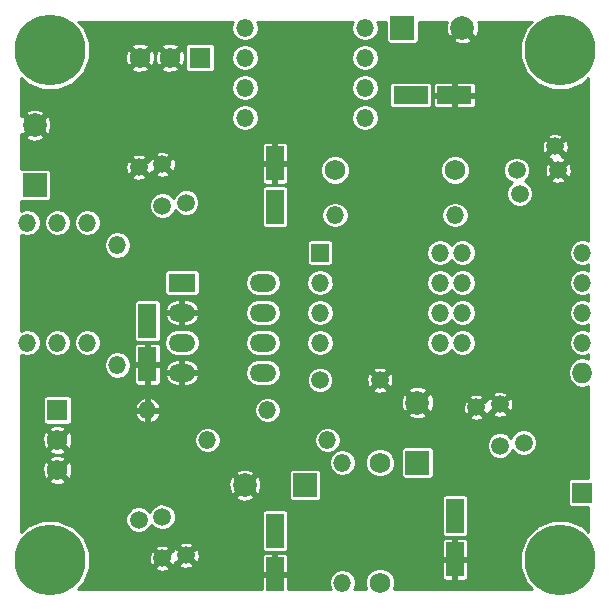
<source format=gbl>
G04 (created by PCBNEW (2013-07-07 BZR 4022)-stable) date 5/10/2015 12:01:35 PM*
%MOIN*%
G04 Gerber Fmt 3.4, Leading zero omitted, Abs format*
%FSLAX34Y34*%
G01*
G70*
G90*
G04 APERTURE LIST*
%ADD10C,0.00590551*%
%ADD11R,0.069X0.069*%
%ADD12C,0.069*%
%ADD13O,0.059X0.059*%
%ADD14R,0.059X0.059*%
%ADD15R,0.0885X0.059*%
%ADD16O,0.0885X0.059*%
%ADD17O,0.069X0.069*%
%ADD18C,0.23622*%
%ADD19R,0.059X0.114*%
%ADD20R,0.114X0.059*%
%ADD21C,0.059*%
%ADD22R,0.079X0.079*%
%ADD23C,0.079*%
%ADD24C,0.01*%
G04 APERTURE END LIST*
G54D10*
G54D11*
X70250Y-61500D03*
G54D12*
X68250Y-61500D03*
X69250Y-61500D03*
G54D11*
X65500Y-73250D03*
G54D12*
X65500Y-75250D03*
X65500Y-74250D03*
G54D13*
X74750Y-66750D03*
X78750Y-66750D03*
X71750Y-61500D03*
X75750Y-61500D03*
X71750Y-62500D03*
X75750Y-62500D03*
X75000Y-79000D03*
X75000Y-75000D03*
X71750Y-63500D03*
X75750Y-63500D03*
X71750Y-60500D03*
X75750Y-60500D03*
X74250Y-69000D03*
X78250Y-69000D03*
X74250Y-70000D03*
X78250Y-70000D03*
X72500Y-73250D03*
X68500Y-73250D03*
X74500Y-74250D03*
X70500Y-74250D03*
X83000Y-68000D03*
X79000Y-68000D03*
X78250Y-68000D03*
G54D14*
X74250Y-68000D03*
G54D13*
X83000Y-69000D03*
X79000Y-69000D03*
X64500Y-67000D03*
X64500Y-71000D03*
X67500Y-67750D03*
X67500Y-71750D03*
X66500Y-67000D03*
X66500Y-71000D03*
X65500Y-67000D03*
X65500Y-71000D03*
X83000Y-70000D03*
X79000Y-70000D03*
X83000Y-71000D03*
X79000Y-71000D03*
G54D12*
X76250Y-79000D03*
X76250Y-75000D03*
X78750Y-65250D03*
X74750Y-65250D03*
G54D15*
X69647Y-69000D03*
G54D16*
X69647Y-70000D03*
X69647Y-71000D03*
X69647Y-72000D03*
X72352Y-72000D03*
X72352Y-71000D03*
X72352Y-69000D03*
X72352Y-70000D03*
G54D11*
X83000Y-76000D03*
G54D17*
X83000Y-72000D03*
G54D18*
X65250Y-61250D03*
X82250Y-61250D03*
X65250Y-78250D03*
X82250Y-78250D03*
G54D19*
X72750Y-66475D03*
X72750Y-65025D03*
X78750Y-76775D03*
X78750Y-78225D03*
X72750Y-77275D03*
X72750Y-78725D03*
G54D20*
X77275Y-62750D03*
X78725Y-62750D03*
G54D21*
X69787Y-66340D03*
X68212Y-65159D03*
X69000Y-66438D03*
X69000Y-65061D03*
X81037Y-74340D03*
X79462Y-73159D03*
X80250Y-74438D03*
X80250Y-73061D03*
X68212Y-76909D03*
X69787Y-78090D03*
X69000Y-76811D03*
X69000Y-78188D03*
X80909Y-66037D03*
X82090Y-64462D03*
X80811Y-65250D03*
X82188Y-65250D03*
G54D22*
X73750Y-75750D03*
G54D23*
X71750Y-75750D03*
G54D22*
X77500Y-75000D03*
G54D23*
X77500Y-73000D03*
G54D22*
X64750Y-65750D03*
G54D23*
X64750Y-63750D03*
G54D22*
X77000Y-60500D03*
G54D23*
X79000Y-60500D03*
G54D19*
X68500Y-70275D03*
X68500Y-71725D03*
G54D13*
X78250Y-71000D03*
X74250Y-71000D03*
G54D21*
X74250Y-72250D03*
X76250Y-72250D03*
G54D10*
G36*
X83200Y-77317D02*
X83004Y-77122D01*
X82515Y-76919D01*
X82445Y-76919D01*
X82445Y-65577D01*
X82188Y-65320D01*
X82118Y-65391D01*
X82118Y-65250D01*
X81861Y-64993D01*
X81794Y-65025D01*
X81738Y-65193D01*
X81751Y-65369D01*
X81794Y-65474D01*
X81861Y-65506D01*
X82118Y-65250D01*
X82118Y-65391D01*
X81932Y-65577D01*
X81964Y-65644D01*
X82132Y-65700D01*
X82308Y-65687D01*
X82413Y-65644D01*
X82445Y-65577D01*
X82445Y-76919D01*
X81986Y-76918D01*
X81496Y-77120D01*
X81482Y-77135D01*
X81482Y-74252D01*
X81414Y-74088D01*
X81354Y-74028D01*
X81354Y-65949D01*
X81286Y-65785D01*
X81161Y-65660D01*
X81068Y-65621D01*
X81188Y-65502D01*
X81255Y-65338D01*
X81256Y-65161D01*
X81188Y-64998D01*
X81063Y-64872D01*
X80899Y-64805D01*
X80722Y-64804D01*
X80559Y-64872D01*
X80433Y-64997D01*
X80366Y-65161D01*
X80365Y-65338D01*
X80433Y-65501D01*
X80558Y-65627D01*
X80651Y-65665D01*
X80532Y-65785D01*
X80464Y-65948D01*
X80464Y-66125D01*
X80531Y-66289D01*
X80657Y-66414D01*
X80820Y-66482D01*
X80997Y-66482D01*
X81161Y-66414D01*
X81286Y-66289D01*
X81354Y-66126D01*
X81354Y-65949D01*
X81354Y-74028D01*
X81289Y-73963D01*
X81126Y-73895D01*
X80949Y-73895D01*
X80785Y-73963D01*
X80700Y-74048D01*
X80700Y-73117D01*
X80687Y-72941D01*
X80644Y-72836D01*
X80577Y-72804D01*
X80506Y-72874D01*
X80506Y-72733D01*
X80474Y-72666D01*
X80306Y-72610D01*
X80130Y-72623D01*
X80025Y-72666D01*
X79993Y-72733D01*
X80250Y-72990D01*
X80506Y-72733D01*
X80506Y-72874D01*
X80320Y-73061D01*
X80577Y-73317D01*
X80644Y-73285D01*
X80700Y-73117D01*
X80700Y-74048D01*
X80660Y-74088D01*
X80621Y-74181D01*
X80506Y-74066D01*
X80506Y-73388D01*
X80250Y-73131D01*
X80179Y-73202D01*
X80179Y-73061D01*
X79922Y-72804D01*
X79855Y-72836D01*
X79827Y-72920D01*
X79790Y-72902D01*
X79719Y-72973D01*
X79719Y-72831D01*
X79687Y-72765D01*
X79519Y-72709D01*
X79453Y-72713D01*
X79453Y-71000D01*
X79453Y-70000D01*
X79453Y-69000D01*
X79453Y-68000D01*
X79445Y-67956D01*
X79445Y-63015D01*
X79445Y-62484D01*
X79444Y-62425D01*
X79422Y-62369D01*
X79379Y-62327D01*
X79329Y-62306D01*
X79329Y-60900D01*
X79000Y-60570D01*
X78670Y-60900D01*
X78715Y-60977D01*
X78919Y-61049D01*
X79135Y-61038D01*
X79284Y-60977D01*
X79329Y-60900D01*
X79329Y-62306D01*
X79324Y-62304D01*
X78812Y-62305D01*
X78775Y-62342D01*
X78775Y-62700D01*
X79407Y-62700D01*
X79445Y-62662D01*
X79445Y-62484D01*
X79445Y-63015D01*
X79445Y-62837D01*
X79407Y-62800D01*
X78775Y-62800D01*
X78775Y-63157D01*
X78812Y-63195D01*
X79324Y-63195D01*
X79379Y-63172D01*
X79422Y-63130D01*
X79444Y-63074D01*
X79445Y-63015D01*
X79445Y-67956D01*
X79419Y-67829D01*
X79323Y-67685D01*
X79245Y-67633D01*
X79245Y-65151D01*
X79169Y-64969D01*
X79030Y-64830D01*
X78848Y-64755D01*
X78675Y-64754D01*
X78675Y-63157D01*
X78675Y-62800D01*
X78675Y-62700D01*
X78675Y-62342D01*
X78637Y-62305D01*
X78125Y-62304D01*
X78070Y-62327D01*
X78027Y-62369D01*
X78005Y-62425D01*
X78004Y-62484D01*
X78005Y-62662D01*
X78042Y-62700D01*
X78675Y-62700D01*
X78675Y-62800D01*
X78042Y-62800D01*
X78005Y-62837D01*
X78004Y-63015D01*
X78005Y-63074D01*
X78027Y-63130D01*
X78070Y-63172D01*
X78125Y-63195D01*
X78637Y-63195D01*
X78675Y-63157D01*
X78675Y-64754D01*
X78651Y-64754D01*
X78469Y-64830D01*
X78330Y-64969D01*
X78255Y-65151D01*
X78254Y-65348D01*
X78330Y-65530D01*
X78469Y-65669D01*
X78651Y-65744D01*
X78848Y-65745D01*
X79030Y-65669D01*
X79169Y-65530D01*
X79244Y-65348D01*
X79245Y-65151D01*
X79245Y-67633D01*
X79203Y-67605D01*
X79203Y-66750D01*
X79169Y-66579D01*
X79073Y-66435D01*
X78929Y-66338D01*
X78758Y-66305D01*
X78741Y-66305D01*
X78570Y-66338D01*
X78426Y-66435D01*
X78330Y-66579D01*
X78296Y-66750D01*
X78330Y-66920D01*
X78426Y-67064D01*
X78570Y-67161D01*
X78741Y-67195D01*
X78758Y-67195D01*
X78929Y-67161D01*
X79073Y-67064D01*
X79169Y-66920D01*
X79203Y-66750D01*
X79203Y-67605D01*
X79179Y-67588D01*
X79008Y-67555D01*
X78991Y-67555D01*
X78820Y-67588D01*
X78676Y-67685D01*
X78625Y-67762D01*
X78573Y-67685D01*
X78429Y-67588D01*
X78258Y-67555D01*
X78241Y-67555D01*
X78070Y-67588D01*
X77995Y-67639D01*
X77995Y-63015D01*
X77995Y-62425D01*
X77972Y-62370D01*
X77930Y-62327D01*
X77874Y-62305D01*
X77815Y-62304D01*
X76675Y-62304D01*
X76620Y-62327D01*
X76577Y-62369D01*
X76555Y-62425D01*
X76554Y-62484D01*
X76554Y-63074D01*
X76577Y-63129D01*
X76619Y-63172D01*
X76675Y-63194D01*
X76734Y-63195D01*
X77874Y-63195D01*
X77929Y-63172D01*
X77972Y-63130D01*
X77994Y-63074D01*
X77995Y-63015D01*
X77995Y-67639D01*
X77926Y-67685D01*
X77830Y-67829D01*
X77796Y-68000D01*
X77830Y-68170D01*
X77926Y-68314D01*
X78070Y-68411D01*
X78241Y-68445D01*
X78258Y-68445D01*
X78429Y-68411D01*
X78573Y-68314D01*
X78625Y-68237D01*
X78676Y-68314D01*
X78820Y-68411D01*
X78991Y-68445D01*
X79008Y-68445D01*
X79179Y-68411D01*
X79323Y-68314D01*
X79419Y-68170D01*
X79453Y-68000D01*
X79453Y-69000D01*
X79419Y-68829D01*
X79323Y-68685D01*
X79179Y-68588D01*
X79008Y-68555D01*
X78991Y-68555D01*
X78820Y-68588D01*
X78676Y-68685D01*
X78625Y-68762D01*
X78573Y-68685D01*
X78429Y-68588D01*
X78258Y-68555D01*
X78241Y-68555D01*
X78070Y-68588D01*
X77926Y-68685D01*
X77830Y-68829D01*
X77796Y-69000D01*
X77830Y-69170D01*
X77926Y-69314D01*
X78070Y-69411D01*
X78241Y-69445D01*
X78258Y-69445D01*
X78429Y-69411D01*
X78573Y-69314D01*
X78625Y-69237D01*
X78676Y-69314D01*
X78820Y-69411D01*
X78991Y-69445D01*
X79008Y-69445D01*
X79179Y-69411D01*
X79323Y-69314D01*
X79419Y-69170D01*
X79453Y-69000D01*
X79453Y-70000D01*
X79419Y-69829D01*
X79323Y-69685D01*
X79179Y-69588D01*
X79008Y-69555D01*
X78991Y-69555D01*
X78820Y-69588D01*
X78676Y-69685D01*
X78625Y-69762D01*
X78573Y-69685D01*
X78429Y-69588D01*
X78258Y-69555D01*
X78241Y-69555D01*
X78070Y-69588D01*
X77926Y-69685D01*
X77830Y-69829D01*
X77796Y-70000D01*
X77830Y-70170D01*
X77926Y-70314D01*
X78070Y-70411D01*
X78241Y-70445D01*
X78258Y-70445D01*
X78429Y-70411D01*
X78573Y-70314D01*
X78625Y-70237D01*
X78676Y-70314D01*
X78820Y-70411D01*
X78991Y-70445D01*
X79008Y-70445D01*
X79179Y-70411D01*
X79323Y-70314D01*
X79419Y-70170D01*
X79453Y-70000D01*
X79453Y-71000D01*
X79419Y-70829D01*
X79323Y-70685D01*
X79179Y-70588D01*
X79008Y-70555D01*
X78991Y-70555D01*
X78820Y-70588D01*
X78676Y-70685D01*
X78625Y-70762D01*
X78573Y-70685D01*
X78429Y-70588D01*
X78258Y-70555D01*
X78241Y-70555D01*
X78070Y-70588D01*
X77926Y-70685D01*
X77830Y-70829D01*
X77796Y-71000D01*
X77830Y-71170D01*
X77926Y-71314D01*
X78070Y-71411D01*
X78241Y-71445D01*
X78258Y-71445D01*
X78429Y-71411D01*
X78573Y-71314D01*
X78625Y-71237D01*
X78676Y-71314D01*
X78820Y-71411D01*
X78991Y-71445D01*
X79008Y-71445D01*
X79179Y-71411D01*
X79323Y-71314D01*
X79419Y-71170D01*
X79453Y-71000D01*
X79453Y-72713D01*
X79342Y-72721D01*
X79237Y-72765D01*
X79205Y-72831D01*
X79462Y-73088D01*
X79719Y-72831D01*
X79719Y-72973D01*
X79533Y-73159D01*
X79790Y-73416D01*
X79856Y-73384D01*
X79884Y-73299D01*
X79922Y-73317D01*
X80179Y-73061D01*
X80179Y-73202D01*
X79993Y-73388D01*
X80025Y-73455D01*
X80193Y-73511D01*
X80369Y-73498D01*
X80474Y-73455D01*
X80506Y-73388D01*
X80506Y-74066D01*
X80502Y-74061D01*
X80338Y-73994D01*
X80161Y-73993D01*
X79998Y-74061D01*
X79872Y-74186D01*
X79805Y-74350D01*
X79804Y-74527D01*
X79872Y-74690D01*
X79997Y-74816D01*
X80161Y-74883D01*
X80338Y-74884D01*
X80501Y-74816D01*
X80627Y-74691D01*
X80665Y-74598D01*
X80785Y-74717D01*
X80948Y-74785D01*
X81125Y-74785D01*
X81289Y-74718D01*
X81414Y-74592D01*
X81482Y-74429D01*
X81482Y-74252D01*
X81482Y-77135D01*
X81122Y-77495D01*
X80919Y-77984D01*
X80918Y-78513D01*
X81120Y-79003D01*
X81317Y-79200D01*
X79719Y-79200D01*
X79719Y-73486D01*
X79462Y-73230D01*
X79391Y-73300D01*
X79391Y-73159D01*
X79135Y-72902D01*
X79068Y-72934D01*
X79012Y-73102D01*
X79025Y-73279D01*
X79068Y-73384D01*
X79135Y-73416D01*
X79391Y-73159D01*
X79391Y-73300D01*
X79205Y-73486D01*
X79237Y-73553D01*
X79405Y-73609D01*
X79582Y-73597D01*
X79687Y-73553D01*
X79719Y-73486D01*
X79719Y-79200D01*
X79195Y-79200D01*
X79195Y-78824D01*
X79195Y-77625D01*
X79195Y-77315D01*
X79195Y-76175D01*
X79172Y-76120D01*
X79130Y-76077D01*
X79074Y-76055D01*
X79015Y-76054D01*
X78425Y-76054D01*
X78370Y-76077D01*
X78327Y-76119D01*
X78305Y-76175D01*
X78304Y-76234D01*
X78304Y-77374D01*
X78327Y-77429D01*
X78369Y-77472D01*
X78425Y-77494D01*
X78484Y-77495D01*
X79074Y-77495D01*
X79129Y-77472D01*
X79172Y-77430D01*
X79194Y-77374D01*
X79195Y-77315D01*
X79195Y-77625D01*
X79172Y-77570D01*
X79130Y-77527D01*
X79074Y-77505D01*
X79015Y-77504D01*
X78837Y-77505D01*
X78800Y-77542D01*
X78800Y-78175D01*
X79157Y-78175D01*
X79195Y-78137D01*
X79195Y-77625D01*
X79195Y-78824D01*
X79195Y-78312D01*
X79157Y-78275D01*
X78800Y-78275D01*
X78800Y-78907D01*
X78837Y-78945D01*
X79015Y-78945D01*
X79074Y-78944D01*
X79130Y-78922D01*
X79172Y-78879D01*
X79195Y-78824D01*
X79195Y-79200D01*
X78700Y-79200D01*
X78700Y-78907D01*
X78700Y-78275D01*
X78700Y-78175D01*
X78700Y-77542D01*
X78662Y-77505D01*
X78484Y-77504D01*
X78425Y-77505D01*
X78369Y-77527D01*
X78327Y-77570D01*
X78304Y-77625D01*
X78305Y-78137D01*
X78342Y-78175D01*
X78700Y-78175D01*
X78700Y-78275D01*
X78342Y-78275D01*
X78305Y-78312D01*
X78304Y-78824D01*
X78327Y-78879D01*
X78369Y-78922D01*
X78425Y-78944D01*
X78484Y-78945D01*
X78662Y-78945D01*
X78700Y-78907D01*
X78700Y-79200D01*
X78049Y-79200D01*
X78049Y-73080D01*
X78038Y-72864D01*
X77977Y-72715D01*
X77900Y-72670D01*
X77829Y-72741D01*
X77829Y-72599D01*
X77784Y-72522D01*
X77580Y-72450D01*
X77364Y-72461D01*
X77215Y-72522D01*
X77170Y-72599D01*
X77500Y-72929D01*
X77829Y-72599D01*
X77829Y-72741D01*
X77570Y-73000D01*
X77900Y-73329D01*
X77977Y-73284D01*
X78049Y-73080D01*
X78049Y-79200D01*
X78045Y-79200D01*
X78045Y-75365D01*
X78045Y-74575D01*
X78022Y-74520D01*
X77980Y-74477D01*
X77924Y-74455D01*
X77865Y-74454D01*
X77829Y-74454D01*
X77829Y-73400D01*
X77500Y-73070D01*
X77429Y-73141D01*
X77429Y-73000D01*
X77099Y-72670D01*
X77022Y-72715D01*
X76950Y-72919D01*
X76961Y-73135D01*
X77022Y-73284D01*
X77099Y-73329D01*
X77429Y-73000D01*
X77429Y-73141D01*
X77170Y-73400D01*
X77215Y-73477D01*
X77419Y-73549D01*
X77635Y-73538D01*
X77784Y-73477D01*
X77829Y-73400D01*
X77829Y-74454D01*
X77075Y-74454D01*
X77020Y-74477D01*
X76977Y-74519D01*
X76955Y-74575D01*
X76954Y-74634D01*
X76954Y-75424D01*
X76977Y-75479D01*
X77019Y-75522D01*
X77075Y-75544D01*
X77134Y-75545D01*
X77924Y-75545D01*
X77979Y-75522D01*
X78022Y-75480D01*
X78044Y-75424D01*
X78045Y-75365D01*
X78045Y-79200D01*
X76702Y-79200D01*
X76744Y-79098D01*
X76745Y-78901D01*
X76745Y-74901D01*
X76700Y-74793D01*
X76700Y-72306D01*
X76687Y-72130D01*
X76644Y-72025D01*
X76577Y-71993D01*
X76506Y-72063D01*
X76506Y-71922D01*
X76474Y-71855D01*
X76306Y-71799D01*
X76203Y-71807D01*
X76203Y-63500D01*
X76203Y-62500D01*
X76203Y-61500D01*
X76169Y-61329D01*
X76073Y-61185D01*
X75929Y-61088D01*
X75758Y-61055D01*
X75741Y-61055D01*
X75570Y-61088D01*
X75426Y-61185D01*
X75330Y-61329D01*
X75296Y-61500D01*
X75330Y-61670D01*
X75426Y-61814D01*
X75570Y-61911D01*
X75741Y-61945D01*
X75758Y-61945D01*
X75929Y-61911D01*
X76073Y-61814D01*
X76169Y-61670D01*
X76203Y-61500D01*
X76203Y-62500D01*
X76169Y-62329D01*
X76073Y-62185D01*
X75929Y-62088D01*
X75758Y-62055D01*
X75741Y-62055D01*
X75570Y-62088D01*
X75426Y-62185D01*
X75330Y-62329D01*
X75296Y-62500D01*
X75330Y-62670D01*
X75426Y-62814D01*
X75570Y-62911D01*
X75741Y-62945D01*
X75758Y-62945D01*
X75929Y-62911D01*
X76073Y-62814D01*
X76169Y-62670D01*
X76203Y-62500D01*
X76203Y-63500D01*
X76169Y-63329D01*
X76073Y-63185D01*
X75929Y-63088D01*
X75758Y-63055D01*
X75741Y-63055D01*
X75570Y-63088D01*
X75426Y-63185D01*
X75330Y-63329D01*
X75296Y-63500D01*
X75330Y-63670D01*
X75426Y-63814D01*
X75570Y-63911D01*
X75741Y-63945D01*
X75758Y-63945D01*
X75929Y-63911D01*
X76073Y-63814D01*
X76169Y-63670D01*
X76203Y-63500D01*
X76203Y-71807D01*
X76130Y-71812D01*
X76025Y-71855D01*
X75993Y-71922D01*
X76250Y-72179D01*
X76506Y-71922D01*
X76506Y-72063D01*
X76320Y-72250D01*
X76577Y-72506D01*
X76644Y-72474D01*
X76700Y-72306D01*
X76700Y-74793D01*
X76669Y-74719D01*
X76530Y-74580D01*
X76506Y-74570D01*
X76506Y-72577D01*
X76250Y-72320D01*
X76179Y-72391D01*
X76179Y-72250D01*
X75922Y-71993D01*
X75855Y-72025D01*
X75799Y-72193D01*
X75812Y-72369D01*
X75855Y-72474D01*
X75922Y-72506D01*
X76179Y-72250D01*
X76179Y-72391D01*
X75993Y-72577D01*
X76025Y-72644D01*
X76193Y-72700D01*
X76369Y-72687D01*
X76474Y-72644D01*
X76506Y-72577D01*
X76506Y-74570D01*
X76348Y-74505D01*
X76151Y-74504D01*
X75969Y-74580D01*
X75830Y-74719D01*
X75755Y-74901D01*
X75754Y-75098D01*
X75830Y-75280D01*
X75969Y-75419D01*
X76151Y-75494D01*
X76348Y-75495D01*
X76530Y-75419D01*
X76669Y-75280D01*
X76744Y-75098D01*
X76745Y-74901D01*
X76745Y-78901D01*
X76669Y-78719D01*
X76530Y-78580D01*
X76348Y-78505D01*
X76151Y-78504D01*
X75969Y-78580D01*
X75830Y-78719D01*
X75755Y-78901D01*
X75754Y-79098D01*
X75797Y-79200D01*
X75397Y-79200D01*
X75411Y-79179D01*
X75445Y-79008D01*
X75445Y-78991D01*
X75445Y-75008D01*
X75445Y-74991D01*
X75411Y-74820D01*
X75314Y-74676D01*
X75245Y-74630D01*
X75245Y-65151D01*
X75169Y-64969D01*
X75030Y-64830D01*
X74848Y-64755D01*
X74651Y-64754D01*
X74469Y-64830D01*
X74330Y-64969D01*
X74255Y-65151D01*
X74254Y-65348D01*
X74330Y-65530D01*
X74469Y-65669D01*
X74651Y-65744D01*
X74848Y-65745D01*
X75030Y-65669D01*
X75169Y-65530D01*
X75244Y-65348D01*
X75245Y-65151D01*
X75245Y-74630D01*
X75203Y-74602D01*
X75203Y-66750D01*
X75169Y-66579D01*
X75073Y-66435D01*
X74929Y-66338D01*
X74758Y-66305D01*
X74741Y-66305D01*
X74570Y-66338D01*
X74426Y-66435D01*
X74330Y-66579D01*
X74296Y-66750D01*
X74330Y-66920D01*
X74426Y-67064D01*
X74570Y-67161D01*
X74741Y-67195D01*
X74758Y-67195D01*
X74929Y-67161D01*
X75073Y-67064D01*
X75169Y-66920D01*
X75203Y-66750D01*
X75203Y-74602D01*
X75170Y-74580D01*
X75000Y-74546D01*
X74953Y-74555D01*
X74953Y-74250D01*
X74919Y-74079D01*
X74823Y-73935D01*
X74703Y-73855D01*
X74703Y-71000D01*
X74703Y-70000D01*
X74703Y-69000D01*
X74695Y-68956D01*
X74695Y-68265D01*
X74695Y-67675D01*
X74672Y-67620D01*
X74630Y-67577D01*
X74574Y-67555D01*
X74515Y-67554D01*
X73925Y-67554D01*
X73870Y-67577D01*
X73827Y-67619D01*
X73805Y-67675D01*
X73804Y-67734D01*
X73804Y-68324D01*
X73827Y-68379D01*
X73869Y-68422D01*
X73925Y-68444D01*
X73984Y-68445D01*
X74574Y-68445D01*
X74629Y-68422D01*
X74672Y-68380D01*
X74694Y-68324D01*
X74695Y-68265D01*
X74695Y-68956D01*
X74669Y-68829D01*
X74573Y-68685D01*
X74429Y-68588D01*
X74258Y-68555D01*
X74241Y-68555D01*
X74070Y-68588D01*
X73926Y-68685D01*
X73830Y-68829D01*
X73796Y-69000D01*
X73830Y-69170D01*
X73926Y-69314D01*
X74070Y-69411D01*
X74241Y-69445D01*
X74258Y-69445D01*
X74429Y-69411D01*
X74573Y-69314D01*
X74669Y-69170D01*
X74703Y-69000D01*
X74703Y-70000D01*
X74669Y-69829D01*
X74573Y-69685D01*
X74429Y-69588D01*
X74258Y-69555D01*
X74241Y-69555D01*
X74070Y-69588D01*
X73926Y-69685D01*
X73830Y-69829D01*
X73796Y-70000D01*
X73830Y-70170D01*
X73926Y-70314D01*
X74070Y-70411D01*
X74241Y-70445D01*
X74258Y-70445D01*
X74429Y-70411D01*
X74573Y-70314D01*
X74669Y-70170D01*
X74703Y-70000D01*
X74703Y-71000D01*
X74669Y-70829D01*
X74573Y-70685D01*
X74429Y-70588D01*
X74258Y-70555D01*
X74241Y-70555D01*
X74070Y-70588D01*
X73926Y-70685D01*
X73830Y-70829D01*
X73796Y-71000D01*
X73830Y-71170D01*
X73926Y-71314D01*
X74070Y-71411D01*
X74241Y-71445D01*
X74258Y-71445D01*
X74429Y-71411D01*
X74573Y-71314D01*
X74669Y-71170D01*
X74703Y-71000D01*
X74703Y-73855D01*
X74695Y-73849D01*
X74695Y-72161D01*
X74627Y-71998D01*
X74502Y-71872D01*
X74338Y-71805D01*
X74161Y-71804D01*
X73998Y-71872D01*
X73872Y-71997D01*
X73805Y-72161D01*
X73804Y-72338D01*
X73872Y-72501D01*
X73997Y-72627D01*
X74161Y-72694D01*
X74338Y-72695D01*
X74501Y-72627D01*
X74627Y-72502D01*
X74694Y-72338D01*
X74695Y-72161D01*
X74695Y-73849D01*
X74679Y-73838D01*
X74508Y-73805D01*
X74491Y-73805D01*
X74320Y-73838D01*
X74176Y-73935D01*
X74080Y-74079D01*
X74046Y-74250D01*
X74080Y-74420D01*
X74176Y-74564D01*
X74320Y-74661D01*
X74491Y-74695D01*
X74508Y-74695D01*
X74679Y-74661D01*
X74823Y-74564D01*
X74919Y-74420D01*
X74953Y-74250D01*
X74953Y-74555D01*
X74829Y-74580D01*
X74685Y-74676D01*
X74588Y-74820D01*
X74555Y-74991D01*
X74555Y-75008D01*
X74588Y-75179D01*
X74685Y-75323D01*
X74829Y-75419D01*
X75000Y-75453D01*
X75170Y-75419D01*
X75314Y-75323D01*
X75411Y-75179D01*
X75445Y-75008D01*
X75445Y-78991D01*
X75411Y-78820D01*
X75314Y-78676D01*
X75170Y-78580D01*
X75000Y-78546D01*
X74829Y-78580D01*
X74685Y-78676D01*
X74588Y-78820D01*
X74555Y-78991D01*
X74555Y-79008D01*
X74588Y-79179D01*
X74602Y-79200D01*
X74295Y-79200D01*
X74295Y-76115D01*
X74295Y-75325D01*
X74272Y-75270D01*
X74230Y-75227D01*
X74174Y-75205D01*
X74115Y-75204D01*
X73325Y-75204D01*
X73270Y-75227D01*
X73227Y-75269D01*
X73205Y-75325D01*
X73204Y-75384D01*
X73204Y-76174D01*
X73227Y-76229D01*
X73269Y-76272D01*
X73325Y-76294D01*
X73384Y-76295D01*
X74174Y-76295D01*
X74229Y-76272D01*
X74272Y-76230D01*
X74294Y-76174D01*
X74295Y-76115D01*
X74295Y-79200D01*
X73195Y-79200D01*
X73195Y-78125D01*
X73195Y-77815D01*
X73195Y-76675D01*
X73195Y-67015D01*
X73195Y-65875D01*
X73195Y-65624D01*
X73195Y-64425D01*
X73172Y-64370D01*
X73130Y-64327D01*
X73074Y-64305D01*
X73015Y-64304D01*
X72837Y-64305D01*
X72800Y-64342D01*
X72800Y-64975D01*
X73157Y-64975D01*
X73195Y-64937D01*
X73195Y-64425D01*
X73195Y-65624D01*
X73195Y-65112D01*
X73157Y-65075D01*
X72800Y-65075D01*
X72800Y-65707D01*
X72837Y-65745D01*
X73015Y-65745D01*
X73074Y-65744D01*
X73130Y-65722D01*
X73172Y-65679D01*
X73195Y-65624D01*
X73195Y-65875D01*
X73172Y-65820D01*
X73130Y-65777D01*
X73074Y-65755D01*
X73015Y-65754D01*
X72700Y-65754D01*
X72700Y-65707D01*
X72700Y-65075D01*
X72700Y-64975D01*
X72700Y-64342D01*
X72662Y-64305D01*
X72484Y-64304D01*
X72425Y-64305D01*
X72369Y-64327D01*
X72327Y-64370D01*
X72304Y-64425D01*
X72305Y-64937D01*
X72342Y-64975D01*
X72700Y-64975D01*
X72700Y-65075D01*
X72342Y-65075D01*
X72305Y-65112D01*
X72304Y-65624D01*
X72327Y-65679D01*
X72369Y-65722D01*
X72425Y-65744D01*
X72484Y-65745D01*
X72662Y-65745D01*
X72700Y-65707D01*
X72700Y-65754D01*
X72425Y-65754D01*
X72370Y-65777D01*
X72327Y-65819D01*
X72305Y-65875D01*
X72304Y-65934D01*
X72304Y-67074D01*
X72327Y-67129D01*
X72369Y-67172D01*
X72425Y-67194D01*
X72484Y-67195D01*
X73074Y-67195D01*
X73129Y-67172D01*
X73172Y-67130D01*
X73194Y-67074D01*
X73195Y-67015D01*
X73195Y-76675D01*
X73172Y-76620D01*
X73130Y-76577D01*
X73074Y-76555D01*
X73015Y-76554D01*
X72956Y-76554D01*
X72956Y-72000D01*
X72956Y-71000D01*
X72956Y-70000D01*
X72956Y-69000D01*
X72922Y-68829D01*
X72826Y-68685D01*
X72681Y-68588D01*
X72511Y-68555D01*
X72203Y-68555D01*
X72203Y-63500D01*
X72203Y-62500D01*
X72203Y-61500D01*
X72169Y-61329D01*
X72073Y-61185D01*
X71929Y-61088D01*
X71758Y-61055D01*
X71741Y-61055D01*
X71570Y-61088D01*
X71426Y-61185D01*
X71330Y-61329D01*
X71296Y-61500D01*
X71330Y-61670D01*
X71426Y-61814D01*
X71570Y-61911D01*
X71741Y-61945D01*
X71758Y-61945D01*
X71929Y-61911D01*
X72073Y-61814D01*
X72169Y-61670D01*
X72203Y-61500D01*
X72203Y-62500D01*
X72169Y-62329D01*
X72073Y-62185D01*
X71929Y-62088D01*
X71758Y-62055D01*
X71741Y-62055D01*
X71570Y-62088D01*
X71426Y-62185D01*
X71330Y-62329D01*
X71296Y-62500D01*
X71330Y-62670D01*
X71426Y-62814D01*
X71570Y-62911D01*
X71741Y-62945D01*
X71758Y-62945D01*
X71929Y-62911D01*
X72073Y-62814D01*
X72169Y-62670D01*
X72203Y-62500D01*
X72203Y-63500D01*
X72169Y-63329D01*
X72073Y-63185D01*
X71929Y-63088D01*
X71758Y-63055D01*
X71741Y-63055D01*
X71570Y-63088D01*
X71426Y-63185D01*
X71330Y-63329D01*
X71296Y-63500D01*
X71330Y-63670D01*
X71426Y-63814D01*
X71570Y-63911D01*
X71741Y-63945D01*
X71758Y-63945D01*
X71929Y-63911D01*
X72073Y-63814D01*
X72169Y-63670D01*
X72203Y-63500D01*
X72203Y-68555D01*
X72193Y-68555D01*
X72023Y-68588D01*
X71878Y-68685D01*
X71782Y-68829D01*
X71748Y-69000D01*
X71782Y-69170D01*
X71878Y-69314D01*
X72023Y-69411D01*
X72193Y-69445D01*
X72511Y-69445D01*
X72681Y-69411D01*
X72826Y-69314D01*
X72922Y-69170D01*
X72956Y-69000D01*
X72956Y-70000D01*
X72922Y-69829D01*
X72826Y-69685D01*
X72681Y-69588D01*
X72511Y-69555D01*
X72193Y-69555D01*
X72023Y-69588D01*
X71878Y-69685D01*
X71782Y-69829D01*
X71748Y-70000D01*
X71782Y-70170D01*
X71878Y-70314D01*
X72023Y-70411D01*
X72193Y-70445D01*
X72511Y-70445D01*
X72681Y-70411D01*
X72826Y-70314D01*
X72922Y-70170D01*
X72956Y-70000D01*
X72956Y-71000D01*
X72922Y-70829D01*
X72826Y-70685D01*
X72681Y-70588D01*
X72511Y-70555D01*
X72193Y-70555D01*
X72023Y-70588D01*
X71878Y-70685D01*
X71782Y-70829D01*
X71748Y-71000D01*
X71782Y-71170D01*
X71878Y-71314D01*
X72023Y-71411D01*
X72193Y-71445D01*
X72511Y-71445D01*
X72681Y-71411D01*
X72826Y-71314D01*
X72922Y-71170D01*
X72956Y-71000D01*
X72956Y-72000D01*
X72922Y-71829D01*
X72826Y-71685D01*
X72681Y-71588D01*
X72511Y-71555D01*
X72193Y-71555D01*
X72023Y-71588D01*
X71878Y-71685D01*
X71782Y-71829D01*
X71748Y-72000D01*
X71782Y-72170D01*
X71878Y-72314D01*
X72023Y-72411D01*
X72193Y-72445D01*
X72511Y-72445D01*
X72681Y-72411D01*
X72826Y-72314D01*
X72922Y-72170D01*
X72956Y-72000D01*
X72956Y-76554D01*
X72953Y-76554D01*
X72953Y-73250D01*
X72919Y-73079D01*
X72823Y-72935D01*
X72679Y-72838D01*
X72508Y-72805D01*
X72491Y-72805D01*
X72320Y-72838D01*
X72176Y-72935D01*
X72080Y-73079D01*
X72046Y-73250D01*
X72080Y-73420D01*
X72176Y-73564D01*
X72320Y-73661D01*
X72491Y-73695D01*
X72508Y-73695D01*
X72679Y-73661D01*
X72823Y-73564D01*
X72919Y-73420D01*
X72953Y-73250D01*
X72953Y-76554D01*
X72425Y-76554D01*
X72370Y-76577D01*
X72327Y-76619D01*
X72305Y-76675D01*
X72304Y-76734D01*
X72304Y-77874D01*
X72327Y-77929D01*
X72369Y-77972D01*
X72425Y-77994D01*
X72484Y-77995D01*
X73074Y-77995D01*
X73129Y-77972D01*
X73172Y-77930D01*
X73194Y-77874D01*
X73195Y-77815D01*
X73195Y-78125D01*
X73172Y-78070D01*
X73130Y-78027D01*
X73074Y-78005D01*
X73015Y-78004D01*
X72837Y-78005D01*
X72800Y-78042D01*
X72800Y-78675D01*
X73157Y-78675D01*
X73195Y-78637D01*
X73195Y-78125D01*
X73195Y-79200D01*
X73195Y-79200D01*
X73195Y-78812D01*
X73157Y-78775D01*
X72800Y-78775D01*
X72800Y-78782D01*
X72700Y-78782D01*
X72700Y-78775D01*
X72700Y-78675D01*
X72700Y-78042D01*
X72662Y-78005D01*
X72484Y-78004D01*
X72425Y-78005D01*
X72369Y-78027D01*
X72327Y-78070D01*
X72304Y-78125D01*
X72305Y-78637D01*
X72342Y-78675D01*
X72700Y-78675D01*
X72700Y-78775D01*
X72342Y-78775D01*
X72305Y-78812D01*
X72304Y-79200D01*
X72299Y-79200D01*
X72299Y-75830D01*
X72288Y-75614D01*
X72227Y-75465D01*
X72150Y-75420D01*
X72079Y-75491D01*
X72079Y-75349D01*
X72034Y-75272D01*
X71830Y-75200D01*
X71614Y-75211D01*
X71465Y-75272D01*
X71420Y-75349D01*
X71750Y-75679D01*
X72079Y-75349D01*
X72079Y-75491D01*
X71820Y-75750D01*
X72150Y-76079D01*
X72227Y-76034D01*
X72299Y-75830D01*
X72299Y-79200D01*
X72079Y-79200D01*
X72079Y-76150D01*
X71750Y-75820D01*
X71679Y-75891D01*
X71679Y-75750D01*
X71349Y-75420D01*
X71272Y-75465D01*
X71200Y-75669D01*
X71211Y-75885D01*
X71272Y-76034D01*
X71349Y-76079D01*
X71679Y-75750D01*
X71679Y-75891D01*
X71420Y-76150D01*
X71465Y-76227D01*
X71669Y-76299D01*
X71885Y-76288D01*
X72034Y-76227D01*
X72079Y-76150D01*
X72079Y-79200D01*
X70953Y-79200D01*
X70953Y-74250D01*
X70919Y-74079D01*
X70823Y-73935D01*
X70745Y-73882D01*
X70745Y-61815D01*
X70745Y-61125D01*
X70722Y-61070D01*
X70680Y-61027D01*
X70624Y-61005D01*
X70565Y-61004D01*
X69875Y-61004D01*
X69820Y-61027D01*
X69777Y-61069D01*
X69755Y-61125D01*
X69754Y-61184D01*
X69754Y-61874D01*
X69777Y-61929D01*
X69819Y-61972D01*
X69875Y-61994D01*
X69934Y-61995D01*
X70624Y-61995D01*
X70679Y-61972D01*
X70722Y-61930D01*
X70744Y-61874D01*
X70745Y-61815D01*
X70745Y-73882D01*
X70679Y-73838D01*
X70508Y-73805D01*
X70491Y-73805D01*
X70320Y-73838D01*
X70251Y-73885D01*
X70251Y-71000D01*
X70240Y-70941D01*
X70240Y-69265D01*
X70240Y-68675D01*
X70232Y-68657D01*
X70232Y-66252D01*
X70164Y-66088D01*
X70039Y-65963D01*
X69876Y-65895D01*
X69750Y-65895D01*
X69750Y-61568D01*
X69738Y-61372D01*
X69685Y-61245D01*
X69613Y-61206D01*
X69543Y-61277D01*
X69543Y-61136D01*
X69504Y-61064D01*
X69318Y-60999D01*
X69122Y-61011D01*
X68995Y-61064D01*
X68956Y-61136D01*
X69250Y-61429D01*
X69543Y-61136D01*
X69543Y-61277D01*
X69320Y-61500D01*
X69613Y-61793D01*
X69685Y-61754D01*
X69750Y-61568D01*
X69750Y-65895D01*
X69699Y-65895D01*
X69543Y-65960D01*
X69543Y-61863D01*
X69250Y-61570D01*
X69179Y-61641D01*
X69179Y-61500D01*
X68886Y-61206D01*
X68814Y-61245D01*
X68749Y-61431D01*
X68761Y-61627D01*
X68814Y-61754D01*
X68886Y-61793D01*
X69179Y-61500D01*
X69179Y-61641D01*
X68956Y-61863D01*
X68995Y-61935D01*
X69181Y-62000D01*
X69377Y-61988D01*
X69504Y-61935D01*
X69543Y-61863D01*
X69543Y-65960D01*
X69535Y-65963D01*
X69450Y-66048D01*
X69450Y-65117D01*
X69437Y-64941D01*
X69394Y-64836D01*
X69327Y-64804D01*
X69256Y-64874D01*
X69256Y-64733D01*
X69224Y-64666D01*
X69056Y-64610D01*
X68880Y-64623D01*
X68775Y-64666D01*
X68750Y-64719D01*
X68750Y-61568D01*
X68738Y-61372D01*
X68685Y-61245D01*
X68613Y-61206D01*
X68543Y-61277D01*
X68543Y-61136D01*
X68504Y-61064D01*
X68318Y-60999D01*
X68122Y-61011D01*
X67995Y-61064D01*
X67956Y-61136D01*
X68250Y-61429D01*
X68543Y-61136D01*
X68543Y-61277D01*
X68320Y-61500D01*
X68613Y-61793D01*
X68685Y-61754D01*
X68750Y-61568D01*
X68750Y-64719D01*
X68743Y-64733D01*
X69000Y-64990D01*
X69256Y-64733D01*
X69256Y-64874D01*
X69070Y-65061D01*
X69327Y-65317D01*
X69394Y-65285D01*
X69450Y-65117D01*
X69450Y-66048D01*
X69410Y-66088D01*
X69371Y-66181D01*
X69256Y-66066D01*
X69256Y-65388D01*
X69000Y-65131D01*
X68929Y-65202D01*
X68929Y-65061D01*
X68672Y-64804D01*
X68605Y-64836D01*
X68577Y-64920D01*
X68543Y-64904D01*
X68543Y-61863D01*
X68250Y-61570D01*
X68179Y-61641D01*
X68179Y-61500D01*
X67886Y-61206D01*
X67814Y-61245D01*
X67749Y-61431D01*
X67761Y-61627D01*
X67814Y-61754D01*
X67886Y-61793D01*
X68179Y-61500D01*
X68179Y-61641D01*
X67956Y-61863D01*
X67995Y-61935D01*
X68181Y-62000D01*
X68377Y-61988D01*
X68504Y-61935D01*
X68543Y-61863D01*
X68543Y-64904D01*
X68540Y-64902D01*
X68469Y-64973D01*
X68469Y-64831D01*
X68437Y-64765D01*
X68269Y-64709D01*
X68092Y-64721D01*
X67987Y-64765D01*
X67955Y-64831D01*
X68212Y-65088D01*
X68469Y-64831D01*
X68469Y-64973D01*
X68283Y-65159D01*
X68540Y-65416D01*
X68606Y-65384D01*
X68634Y-65299D01*
X68672Y-65317D01*
X68929Y-65061D01*
X68929Y-65202D01*
X68743Y-65388D01*
X68775Y-65455D01*
X68943Y-65511D01*
X69119Y-65498D01*
X69224Y-65455D01*
X69256Y-65388D01*
X69256Y-66066D01*
X69252Y-66061D01*
X69088Y-65994D01*
X68911Y-65993D01*
X68748Y-66061D01*
X68622Y-66186D01*
X68555Y-66350D01*
X68554Y-66527D01*
X68622Y-66690D01*
X68747Y-66816D01*
X68911Y-66883D01*
X69088Y-66884D01*
X69251Y-66816D01*
X69377Y-66691D01*
X69415Y-66598D01*
X69535Y-66717D01*
X69698Y-66785D01*
X69875Y-66785D01*
X70039Y-66718D01*
X70164Y-66592D01*
X70232Y-66429D01*
X70232Y-66252D01*
X70232Y-68657D01*
X70217Y-68620D01*
X70175Y-68577D01*
X70119Y-68555D01*
X70060Y-68554D01*
X69175Y-68554D01*
X69120Y-68577D01*
X69077Y-68619D01*
X69055Y-68675D01*
X69054Y-68734D01*
X69054Y-69324D01*
X69077Y-69379D01*
X69119Y-69422D01*
X69175Y-69444D01*
X69234Y-69445D01*
X70119Y-69445D01*
X70174Y-69422D01*
X70217Y-69380D01*
X70239Y-69324D01*
X70240Y-69265D01*
X70240Y-70941D01*
X70223Y-70860D01*
X70223Y-70118D01*
X70223Y-69881D01*
X70145Y-69720D01*
X70011Y-69608D01*
X69845Y-69555D01*
X69697Y-69555D01*
X69697Y-69950D01*
X70199Y-69950D01*
X70223Y-69881D01*
X70223Y-70118D01*
X70199Y-70050D01*
X69697Y-70050D01*
X69697Y-70445D01*
X69845Y-70445D01*
X70011Y-70391D01*
X70145Y-70279D01*
X70223Y-70118D01*
X70223Y-70860D01*
X70217Y-70829D01*
X70121Y-70685D01*
X69976Y-70588D01*
X69806Y-70555D01*
X69597Y-70555D01*
X69597Y-70445D01*
X69597Y-70050D01*
X69597Y-69950D01*
X69597Y-69555D01*
X69450Y-69555D01*
X69283Y-69608D01*
X69149Y-69720D01*
X69071Y-69881D01*
X69095Y-69950D01*
X69597Y-69950D01*
X69597Y-70050D01*
X69095Y-70050D01*
X69071Y-70118D01*
X69149Y-70279D01*
X69283Y-70391D01*
X69450Y-70445D01*
X69597Y-70445D01*
X69597Y-70555D01*
X69488Y-70555D01*
X69318Y-70588D01*
X69173Y-70685D01*
X69077Y-70829D01*
X69043Y-71000D01*
X69077Y-71170D01*
X69173Y-71314D01*
X69318Y-71411D01*
X69488Y-71445D01*
X69806Y-71445D01*
X69976Y-71411D01*
X70121Y-71314D01*
X70217Y-71170D01*
X70251Y-71000D01*
X70251Y-73885D01*
X70223Y-73903D01*
X70223Y-72118D01*
X70223Y-71881D01*
X70145Y-71720D01*
X70011Y-71608D01*
X69845Y-71555D01*
X69697Y-71555D01*
X69697Y-71950D01*
X70199Y-71950D01*
X70223Y-71881D01*
X70223Y-72118D01*
X70199Y-72050D01*
X69697Y-72050D01*
X69697Y-72445D01*
X69845Y-72445D01*
X70011Y-72391D01*
X70145Y-72279D01*
X70223Y-72118D01*
X70223Y-73903D01*
X70176Y-73935D01*
X70080Y-74079D01*
X70046Y-74250D01*
X70080Y-74420D01*
X70176Y-74564D01*
X70320Y-74661D01*
X70491Y-74695D01*
X70508Y-74695D01*
X70679Y-74661D01*
X70823Y-74564D01*
X70919Y-74420D01*
X70953Y-74250D01*
X70953Y-79200D01*
X70237Y-79200D01*
X70237Y-78147D01*
X70224Y-77970D01*
X70181Y-77865D01*
X70114Y-77833D01*
X70044Y-77904D01*
X70044Y-77763D01*
X70012Y-77696D01*
X69844Y-77640D01*
X69667Y-77652D01*
X69597Y-77681D01*
X69597Y-72445D01*
X69597Y-72050D01*
X69597Y-71950D01*
X69597Y-71555D01*
X69450Y-71555D01*
X69283Y-71608D01*
X69149Y-71720D01*
X69071Y-71881D01*
X69095Y-71950D01*
X69597Y-71950D01*
X69597Y-72050D01*
X69095Y-72050D01*
X69071Y-72118D01*
X69149Y-72279D01*
X69283Y-72391D01*
X69450Y-72445D01*
X69597Y-72445D01*
X69597Y-77681D01*
X69562Y-77696D01*
X69530Y-77763D01*
X69787Y-78019D01*
X70044Y-77763D01*
X70044Y-77904D01*
X69858Y-78090D01*
X70114Y-78347D01*
X70181Y-78315D01*
X70237Y-78147D01*
X70237Y-79200D01*
X70044Y-79200D01*
X70044Y-78418D01*
X69787Y-78161D01*
X69716Y-78231D01*
X69716Y-78090D01*
X69459Y-77833D01*
X69445Y-77840D01*
X69445Y-76722D01*
X69377Y-76559D01*
X69252Y-76433D01*
X69088Y-76366D01*
X68945Y-76365D01*
X68945Y-72324D01*
X68945Y-71125D01*
X68945Y-70815D01*
X68945Y-69675D01*
X68922Y-69620D01*
X68880Y-69577D01*
X68824Y-69555D01*
X68765Y-69554D01*
X68469Y-69554D01*
X68469Y-65486D01*
X68212Y-65230D01*
X68141Y-65300D01*
X68141Y-65159D01*
X67885Y-64902D01*
X67818Y-64934D01*
X67762Y-65102D01*
X67775Y-65279D01*
X67818Y-65384D01*
X67885Y-65416D01*
X68141Y-65159D01*
X68141Y-65300D01*
X67955Y-65486D01*
X67987Y-65553D01*
X68155Y-65609D01*
X68332Y-65597D01*
X68437Y-65553D01*
X68469Y-65486D01*
X68469Y-69554D01*
X68175Y-69554D01*
X68120Y-69577D01*
X68077Y-69619D01*
X68055Y-69675D01*
X68054Y-69734D01*
X68054Y-70874D01*
X68077Y-70929D01*
X68119Y-70972D01*
X68175Y-70994D01*
X68234Y-70995D01*
X68824Y-70995D01*
X68879Y-70972D01*
X68922Y-70930D01*
X68944Y-70874D01*
X68945Y-70815D01*
X68945Y-71125D01*
X68922Y-71070D01*
X68880Y-71027D01*
X68824Y-71005D01*
X68765Y-71004D01*
X68587Y-71005D01*
X68550Y-71042D01*
X68550Y-71675D01*
X68907Y-71675D01*
X68945Y-71637D01*
X68945Y-71125D01*
X68945Y-72324D01*
X68945Y-71812D01*
X68907Y-71775D01*
X68550Y-71775D01*
X68550Y-72407D01*
X68587Y-72445D01*
X68765Y-72445D01*
X68824Y-72444D01*
X68880Y-72422D01*
X68922Y-72379D01*
X68945Y-72324D01*
X68945Y-76365D01*
X68928Y-76365D01*
X68928Y-73368D01*
X68928Y-73131D01*
X68887Y-73030D01*
X68773Y-72899D01*
X68618Y-72821D01*
X68550Y-72845D01*
X68550Y-73200D01*
X68904Y-73200D01*
X68928Y-73131D01*
X68928Y-73368D01*
X68904Y-73300D01*
X68550Y-73300D01*
X68550Y-73654D01*
X68618Y-73678D01*
X68773Y-73600D01*
X68887Y-73469D01*
X68928Y-73368D01*
X68928Y-76365D01*
X68911Y-76365D01*
X68748Y-76433D01*
X68622Y-76558D01*
X68584Y-76651D01*
X68464Y-76532D01*
X68450Y-76526D01*
X68450Y-73654D01*
X68450Y-73300D01*
X68450Y-73200D01*
X68450Y-72845D01*
X68450Y-72407D01*
X68450Y-71775D01*
X68450Y-71675D01*
X68450Y-71042D01*
X68412Y-71005D01*
X68234Y-71004D01*
X68175Y-71005D01*
X68119Y-71027D01*
X68077Y-71070D01*
X68054Y-71125D01*
X68055Y-71637D01*
X68092Y-71675D01*
X68450Y-71675D01*
X68450Y-71775D01*
X68092Y-71775D01*
X68055Y-71812D01*
X68054Y-72324D01*
X68077Y-72379D01*
X68119Y-72422D01*
X68175Y-72444D01*
X68234Y-72445D01*
X68412Y-72445D01*
X68450Y-72407D01*
X68450Y-72845D01*
X68381Y-72821D01*
X68226Y-72899D01*
X68112Y-73030D01*
X68071Y-73131D01*
X68095Y-73200D01*
X68450Y-73200D01*
X68450Y-73300D01*
X68095Y-73300D01*
X68071Y-73368D01*
X68112Y-73469D01*
X68226Y-73600D01*
X68381Y-73678D01*
X68450Y-73654D01*
X68450Y-76526D01*
X68301Y-76464D01*
X68124Y-76464D01*
X67960Y-76531D01*
X67945Y-76547D01*
X67945Y-71758D01*
X67945Y-71741D01*
X67945Y-67758D01*
X67945Y-67741D01*
X67911Y-67570D01*
X67814Y-67426D01*
X67670Y-67330D01*
X67500Y-67296D01*
X67329Y-67330D01*
X67185Y-67426D01*
X67088Y-67570D01*
X67055Y-67741D01*
X67055Y-67758D01*
X67088Y-67929D01*
X67185Y-68073D01*
X67329Y-68169D01*
X67500Y-68203D01*
X67670Y-68169D01*
X67814Y-68073D01*
X67911Y-67929D01*
X67945Y-67758D01*
X67945Y-71741D01*
X67911Y-71570D01*
X67814Y-71426D01*
X67670Y-71330D01*
X67500Y-71296D01*
X67329Y-71330D01*
X67185Y-71426D01*
X67088Y-71570D01*
X67055Y-71741D01*
X67055Y-71758D01*
X67088Y-71929D01*
X67185Y-72073D01*
X67329Y-72169D01*
X67500Y-72203D01*
X67670Y-72169D01*
X67814Y-72073D01*
X67911Y-71929D01*
X67945Y-71758D01*
X67945Y-76547D01*
X67835Y-76657D01*
X67767Y-76820D01*
X67767Y-76997D01*
X67835Y-77161D01*
X67960Y-77286D01*
X68123Y-77354D01*
X68300Y-77354D01*
X68464Y-77286D01*
X68589Y-77161D01*
X68628Y-77068D01*
X68747Y-77188D01*
X68911Y-77255D01*
X69088Y-77256D01*
X69251Y-77188D01*
X69377Y-77063D01*
X69444Y-76899D01*
X69445Y-76722D01*
X69445Y-77840D01*
X69393Y-77865D01*
X69365Y-77950D01*
X69327Y-77932D01*
X69256Y-78002D01*
X69256Y-77861D01*
X69224Y-77794D01*
X69056Y-77738D01*
X68880Y-77751D01*
X68775Y-77794D01*
X68743Y-77861D01*
X69000Y-78118D01*
X69256Y-77861D01*
X69256Y-78002D01*
X69070Y-78188D01*
X69327Y-78445D01*
X69394Y-78413D01*
X69422Y-78329D01*
X69459Y-78347D01*
X69716Y-78090D01*
X69716Y-78231D01*
X69530Y-78418D01*
X69562Y-78484D01*
X69730Y-78540D01*
X69907Y-78528D01*
X70012Y-78484D01*
X70044Y-78418D01*
X70044Y-79200D01*
X69256Y-79200D01*
X69256Y-78516D01*
X69000Y-78259D01*
X68929Y-78330D01*
X68929Y-78188D01*
X68672Y-77932D01*
X68605Y-77964D01*
X68549Y-78132D01*
X68562Y-78308D01*
X68605Y-78413D01*
X68672Y-78445D01*
X68929Y-78188D01*
X68929Y-78330D01*
X68743Y-78516D01*
X68775Y-78583D01*
X68943Y-78639D01*
X69119Y-78626D01*
X69224Y-78583D01*
X69256Y-78516D01*
X69256Y-79200D01*
X66945Y-79200D01*
X66945Y-71008D01*
X66945Y-70991D01*
X66945Y-67008D01*
X66945Y-66991D01*
X66911Y-66820D01*
X66814Y-66676D01*
X66670Y-66580D01*
X66500Y-66546D01*
X66329Y-66580D01*
X66185Y-66676D01*
X66088Y-66820D01*
X66055Y-66991D01*
X66055Y-67008D01*
X66088Y-67179D01*
X66185Y-67323D01*
X66329Y-67419D01*
X66500Y-67453D01*
X66670Y-67419D01*
X66814Y-67323D01*
X66911Y-67179D01*
X66945Y-67008D01*
X66945Y-70991D01*
X66911Y-70820D01*
X66814Y-70676D01*
X66670Y-70580D01*
X66500Y-70546D01*
X66329Y-70580D01*
X66185Y-70676D01*
X66088Y-70820D01*
X66055Y-70991D01*
X66055Y-71008D01*
X66088Y-71179D01*
X66185Y-71323D01*
X66329Y-71419D01*
X66500Y-71453D01*
X66670Y-71419D01*
X66814Y-71323D01*
X66911Y-71179D01*
X66945Y-71008D01*
X66945Y-79200D01*
X66182Y-79200D01*
X66377Y-79004D01*
X66580Y-78515D01*
X66581Y-77986D01*
X66379Y-77496D01*
X66004Y-77122D01*
X66000Y-77120D01*
X66000Y-75318D01*
X66000Y-74318D01*
X65995Y-74235D01*
X65995Y-73565D01*
X65995Y-72875D01*
X65972Y-72820D01*
X65945Y-72792D01*
X65945Y-71008D01*
X65945Y-70991D01*
X65945Y-67008D01*
X65945Y-66991D01*
X65911Y-66820D01*
X65814Y-66676D01*
X65670Y-66580D01*
X65500Y-66546D01*
X65329Y-66580D01*
X65299Y-66600D01*
X65299Y-63830D01*
X65288Y-63614D01*
X65227Y-63465D01*
X65150Y-63420D01*
X65079Y-63491D01*
X65079Y-63349D01*
X65034Y-63272D01*
X64830Y-63200D01*
X64614Y-63211D01*
X64465Y-63272D01*
X64420Y-63349D01*
X64750Y-63679D01*
X65079Y-63349D01*
X65079Y-63491D01*
X64820Y-63750D01*
X65150Y-64079D01*
X65227Y-64034D01*
X65299Y-63830D01*
X65299Y-66600D01*
X65185Y-66676D01*
X65088Y-66820D01*
X65055Y-66991D01*
X65055Y-67008D01*
X65088Y-67179D01*
X65185Y-67323D01*
X65329Y-67419D01*
X65500Y-67453D01*
X65670Y-67419D01*
X65814Y-67323D01*
X65911Y-67179D01*
X65945Y-67008D01*
X65945Y-70991D01*
X65911Y-70820D01*
X65814Y-70676D01*
X65670Y-70580D01*
X65500Y-70546D01*
X65329Y-70580D01*
X65185Y-70676D01*
X65088Y-70820D01*
X65055Y-70991D01*
X65055Y-71008D01*
X65088Y-71179D01*
X65185Y-71323D01*
X65329Y-71419D01*
X65500Y-71453D01*
X65670Y-71419D01*
X65814Y-71323D01*
X65911Y-71179D01*
X65945Y-71008D01*
X65945Y-72792D01*
X65930Y-72777D01*
X65874Y-72755D01*
X65815Y-72754D01*
X65125Y-72754D01*
X65070Y-72777D01*
X65027Y-72819D01*
X65005Y-72875D01*
X65004Y-72934D01*
X65004Y-73624D01*
X65027Y-73679D01*
X65069Y-73722D01*
X65125Y-73744D01*
X65184Y-73745D01*
X65874Y-73745D01*
X65929Y-73722D01*
X65972Y-73680D01*
X65994Y-73624D01*
X65995Y-73565D01*
X65995Y-74235D01*
X65988Y-74122D01*
X65935Y-73995D01*
X65863Y-73956D01*
X65793Y-74027D01*
X65793Y-73886D01*
X65754Y-73814D01*
X65568Y-73749D01*
X65372Y-73761D01*
X65245Y-73814D01*
X65206Y-73886D01*
X65500Y-74179D01*
X65793Y-73886D01*
X65793Y-74027D01*
X65570Y-74250D01*
X65863Y-74543D01*
X65935Y-74504D01*
X66000Y-74318D01*
X66000Y-75318D01*
X65988Y-75122D01*
X65935Y-74995D01*
X65863Y-74956D01*
X65793Y-75027D01*
X65793Y-74886D01*
X65793Y-74613D01*
X65500Y-74320D01*
X65429Y-74391D01*
X65429Y-74250D01*
X65136Y-73956D01*
X65064Y-73995D01*
X64999Y-74181D01*
X65011Y-74377D01*
X65064Y-74504D01*
X65136Y-74543D01*
X65429Y-74250D01*
X65429Y-74391D01*
X65206Y-74613D01*
X65245Y-74685D01*
X65431Y-74750D01*
X65627Y-74738D01*
X65754Y-74685D01*
X65793Y-74613D01*
X65793Y-74886D01*
X65754Y-74814D01*
X65568Y-74749D01*
X65372Y-74761D01*
X65245Y-74814D01*
X65206Y-74886D01*
X65500Y-75179D01*
X65793Y-74886D01*
X65793Y-75027D01*
X65570Y-75250D01*
X65863Y-75543D01*
X65935Y-75504D01*
X66000Y-75318D01*
X66000Y-77120D01*
X65793Y-77034D01*
X65793Y-75613D01*
X65500Y-75320D01*
X65429Y-75391D01*
X65429Y-75250D01*
X65136Y-74956D01*
X65064Y-74995D01*
X64999Y-75181D01*
X65011Y-75377D01*
X65064Y-75504D01*
X65136Y-75543D01*
X65429Y-75250D01*
X65429Y-75391D01*
X65206Y-75613D01*
X65245Y-75685D01*
X65431Y-75750D01*
X65627Y-75738D01*
X65754Y-75685D01*
X65793Y-75613D01*
X65793Y-77034D01*
X65515Y-76919D01*
X64986Y-76918D01*
X64496Y-77120D01*
X64300Y-77317D01*
X64300Y-71399D01*
X64329Y-71419D01*
X64500Y-71453D01*
X64670Y-71419D01*
X64814Y-71323D01*
X64911Y-71179D01*
X64945Y-71008D01*
X64945Y-70991D01*
X64911Y-70820D01*
X64814Y-70676D01*
X64670Y-70580D01*
X64500Y-70546D01*
X64329Y-70580D01*
X64300Y-70600D01*
X64300Y-67399D01*
X64329Y-67419D01*
X64500Y-67453D01*
X64670Y-67419D01*
X64814Y-67323D01*
X64911Y-67179D01*
X64945Y-67008D01*
X64945Y-66991D01*
X64911Y-66820D01*
X64814Y-66676D01*
X64670Y-66580D01*
X64500Y-66546D01*
X64329Y-66580D01*
X64300Y-66600D01*
X64300Y-66284D01*
X64325Y-66294D01*
X64384Y-66295D01*
X65174Y-66295D01*
X65229Y-66272D01*
X65272Y-66230D01*
X65294Y-66174D01*
X65295Y-66115D01*
X65295Y-65325D01*
X65272Y-65270D01*
X65230Y-65227D01*
X65174Y-65205D01*
X65115Y-65204D01*
X65079Y-65204D01*
X65079Y-64150D01*
X64750Y-63820D01*
X64420Y-64150D01*
X64465Y-64227D01*
X64669Y-64299D01*
X64885Y-64288D01*
X65034Y-64227D01*
X65079Y-64150D01*
X65079Y-65204D01*
X64325Y-65204D01*
X64300Y-65215D01*
X64300Y-64050D01*
X64349Y-64079D01*
X64679Y-63750D01*
X64349Y-63420D01*
X64300Y-63449D01*
X64300Y-62182D01*
X64495Y-62377D01*
X64984Y-62580D01*
X65513Y-62581D01*
X66003Y-62379D01*
X66377Y-62004D01*
X66580Y-61515D01*
X66581Y-60986D01*
X66379Y-60496D01*
X66182Y-60300D01*
X71350Y-60300D01*
X71330Y-60329D01*
X71296Y-60500D01*
X71330Y-60670D01*
X71426Y-60814D01*
X71570Y-60911D01*
X71741Y-60945D01*
X71758Y-60945D01*
X71929Y-60911D01*
X72073Y-60814D01*
X72169Y-60670D01*
X72203Y-60500D01*
X72169Y-60329D01*
X72149Y-60300D01*
X75350Y-60300D01*
X75330Y-60329D01*
X75296Y-60500D01*
X75330Y-60670D01*
X75426Y-60814D01*
X75570Y-60911D01*
X75741Y-60945D01*
X75758Y-60945D01*
X75929Y-60911D01*
X76073Y-60814D01*
X76169Y-60670D01*
X76203Y-60500D01*
X76169Y-60329D01*
X76149Y-60300D01*
X76454Y-60300D01*
X76454Y-60924D01*
X76477Y-60979D01*
X76519Y-61022D01*
X76575Y-61044D01*
X76634Y-61045D01*
X77424Y-61045D01*
X77479Y-61022D01*
X77522Y-60980D01*
X77544Y-60924D01*
X77545Y-60865D01*
X77545Y-60300D01*
X78492Y-60300D01*
X78450Y-60419D01*
X78461Y-60635D01*
X78522Y-60784D01*
X78599Y-60829D01*
X78929Y-60500D01*
X78923Y-60494D01*
X78994Y-60423D01*
X79000Y-60429D01*
X79005Y-60423D01*
X79076Y-60494D01*
X79070Y-60500D01*
X79400Y-60829D01*
X79477Y-60784D01*
X79549Y-60580D01*
X79538Y-60364D01*
X79512Y-60300D01*
X81317Y-60300D01*
X81122Y-60495D01*
X80919Y-60984D01*
X80918Y-61513D01*
X81120Y-62003D01*
X81495Y-62377D01*
X81984Y-62580D01*
X82513Y-62581D01*
X83003Y-62379D01*
X83200Y-62182D01*
X83200Y-67602D01*
X83179Y-67588D01*
X83008Y-67555D01*
X82991Y-67555D01*
X82820Y-67588D01*
X82676Y-67685D01*
X82639Y-67741D01*
X82639Y-65306D01*
X82626Y-65130D01*
X82583Y-65025D01*
X82540Y-65004D01*
X82540Y-64519D01*
X82528Y-64342D01*
X82484Y-64237D01*
X82418Y-64205D01*
X82347Y-64276D01*
X82347Y-64135D01*
X82315Y-64068D01*
X82147Y-64012D01*
X81970Y-64025D01*
X81865Y-64068D01*
X81833Y-64135D01*
X82090Y-64391D01*
X82347Y-64135D01*
X82347Y-64276D01*
X82161Y-64462D01*
X82418Y-64719D01*
X82484Y-64687D01*
X82540Y-64519D01*
X82540Y-65004D01*
X82516Y-64993D01*
X82445Y-65063D01*
X82445Y-64922D01*
X82413Y-64855D01*
X82329Y-64827D01*
X82347Y-64790D01*
X82090Y-64533D01*
X82019Y-64604D01*
X82019Y-64462D01*
X81763Y-64205D01*
X81696Y-64237D01*
X81640Y-64405D01*
X81652Y-64582D01*
X81696Y-64687D01*
X81763Y-64719D01*
X82019Y-64462D01*
X82019Y-64604D01*
X81833Y-64790D01*
X81865Y-64856D01*
X81950Y-64884D01*
X81932Y-64922D01*
X82188Y-65179D01*
X82445Y-64922D01*
X82445Y-65063D01*
X82259Y-65250D01*
X82516Y-65506D01*
X82583Y-65474D01*
X82639Y-65306D01*
X82639Y-67741D01*
X82580Y-67829D01*
X82546Y-68000D01*
X82580Y-68170D01*
X82676Y-68314D01*
X82820Y-68411D01*
X82991Y-68445D01*
X83008Y-68445D01*
X83179Y-68411D01*
X83200Y-68397D01*
X83200Y-68602D01*
X83179Y-68588D01*
X83008Y-68555D01*
X82991Y-68555D01*
X82820Y-68588D01*
X82676Y-68685D01*
X82580Y-68829D01*
X82546Y-69000D01*
X82580Y-69170D01*
X82676Y-69314D01*
X82820Y-69411D01*
X82991Y-69445D01*
X83008Y-69445D01*
X83179Y-69411D01*
X83200Y-69397D01*
X83200Y-69602D01*
X83179Y-69588D01*
X83008Y-69555D01*
X82991Y-69555D01*
X82820Y-69588D01*
X82676Y-69685D01*
X82580Y-69829D01*
X82546Y-70000D01*
X82580Y-70170D01*
X82676Y-70314D01*
X82820Y-70411D01*
X82991Y-70445D01*
X83008Y-70445D01*
X83179Y-70411D01*
X83200Y-70397D01*
X83200Y-70602D01*
X83179Y-70588D01*
X83008Y-70555D01*
X82991Y-70555D01*
X82820Y-70588D01*
X82676Y-70685D01*
X82580Y-70829D01*
X82546Y-71000D01*
X82580Y-71170D01*
X82676Y-71314D01*
X82820Y-71411D01*
X82991Y-71445D01*
X83008Y-71445D01*
X83179Y-71411D01*
X83200Y-71397D01*
X83200Y-71540D01*
X83189Y-71532D01*
X83000Y-71495D01*
X82810Y-71532D01*
X82649Y-71640D01*
X82542Y-71800D01*
X82505Y-71990D01*
X82505Y-72009D01*
X82542Y-72199D01*
X82649Y-72359D01*
X82810Y-72467D01*
X83000Y-72504D01*
X83189Y-72467D01*
X83200Y-72459D01*
X83200Y-75504D01*
X82625Y-75504D01*
X82570Y-75527D01*
X82527Y-75569D01*
X82505Y-75625D01*
X82504Y-75684D01*
X82504Y-76374D01*
X82527Y-76429D01*
X82569Y-76472D01*
X82625Y-76494D01*
X82684Y-76495D01*
X83200Y-76495D01*
X83200Y-77317D01*
X83200Y-77317D01*
G37*
G54D24*
X83200Y-77317D02*
X83004Y-77122D01*
X82515Y-76919D01*
X82445Y-76919D01*
X82445Y-65577D01*
X82188Y-65320D01*
X82118Y-65391D01*
X82118Y-65250D01*
X81861Y-64993D01*
X81794Y-65025D01*
X81738Y-65193D01*
X81751Y-65369D01*
X81794Y-65474D01*
X81861Y-65506D01*
X82118Y-65250D01*
X82118Y-65391D01*
X81932Y-65577D01*
X81964Y-65644D01*
X82132Y-65700D01*
X82308Y-65687D01*
X82413Y-65644D01*
X82445Y-65577D01*
X82445Y-76919D01*
X81986Y-76918D01*
X81496Y-77120D01*
X81482Y-77135D01*
X81482Y-74252D01*
X81414Y-74088D01*
X81354Y-74028D01*
X81354Y-65949D01*
X81286Y-65785D01*
X81161Y-65660D01*
X81068Y-65621D01*
X81188Y-65502D01*
X81255Y-65338D01*
X81256Y-65161D01*
X81188Y-64998D01*
X81063Y-64872D01*
X80899Y-64805D01*
X80722Y-64804D01*
X80559Y-64872D01*
X80433Y-64997D01*
X80366Y-65161D01*
X80365Y-65338D01*
X80433Y-65501D01*
X80558Y-65627D01*
X80651Y-65665D01*
X80532Y-65785D01*
X80464Y-65948D01*
X80464Y-66125D01*
X80531Y-66289D01*
X80657Y-66414D01*
X80820Y-66482D01*
X80997Y-66482D01*
X81161Y-66414D01*
X81286Y-66289D01*
X81354Y-66126D01*
X81354Y-65949D01*
X81354Y-74028D01*
X81289Y-73963D01*
X81126Y-73895D01*
X80949Y-73895D01*
X80785Y-73963D01*
X80700Y-74048D01*
X80700Y-73117D01*
X80687Y-72941D01*
X80644Y-72836D01*
X80577Y-72804D01*
X80506Y-72874D01*
X80506Y-72733D01*
X80474Y-72666D01*
X80306Y-72610D01*
X80130Y-72623D01*
X80025Y-72666D01*
X79993Y-72733D01*
X80250Y-72990D01*
X80506Y-72733D01*
X80506Y-72874D01*
X80320Y-73061D01*
X80577Y-73317D01*
X80644Y-73285D01*
X80700Y-73117D01*
X80700Y-74048D01*
X80660Y-74088D01*
X80621Y-74181D01*
X80506Y-74066D01*
X80506Y-73388D01*
X80250Y-73131D01*
X80179Y-73202D01*
X80179Y-73061D01*
X79922Y-72804D01*
X79855Y-72836D01*
X79827Y-72920D01*
X79790Y-72902D01*
X79719Y-72973D01*
X79719Y-72831D01*
X79687Y-72765D01*
X79519Y-72709D01*
X79453Y-72713D01*
X79453Y-71000D01*
X79453Y-70000D01*
X79453Y-69000D01*
X79453Y-68000D01*
X79445Y-67956D01*
X79445Y-63015D01*
X79445Y-62484D01*
X79444Y-62425D01*
X79422Y-62369D01*
X79379Y-62327D01*
X79329Y-62306D01*
X79329Y-60900D01*
X79000Y-60570D01*
X78670Y-60900D01*
X78715Y-60977D01*
X78919Y-61049D01*
X79135Y-61038D01*
X79284Y-60977D01*
X79329Y-60900D01*
X79329Y-62306D01*
X79324Y-62304D01*
X78812Y-62305D01*
X78775Y-62342D01*
X78775Y-62700D01*
X79407Y-62700D01*
X79445Y-62662D01*
X79445Y-62484D01*
X79445Y-63015D01*
X79445Y-62837D01*
X79407Y-62800D01*
X78775Y-62800D01*
X78775Y-63157D01*
X78812Y-63195D01*
X79324Y-63195D01*
X79379Y-63172D01*
X79422Y-63130D01*
X79444Y-63074D01*
X79445Y-63015D01*
X79445Y-67956D01*
X79419Y-67829D01*
X79323Y-67685D01*
X79245Y-67633D01*
X79245Y-65151D01*
X79169Y-64969D01*
X79030Y-64830D01*
X78848Y-64755D01*
X78675Y-64754D01*
X78675Y-63157D01*
X78675Y-62800D01*
X78675Y-62700D01*
X78675Y-62342D01*
X78637Y-62305D01*
X78125Y-62304D01*
X78070Y-62327D01*
X78027Y-62369D01*
X78005Y-62425D01*
X78004Y-62484D01*
X78005Y-62662D01*
X78042Y-62700D01*
X78675Y-62700D01*
X78675Y-62800D01*
X78042Y-62800D01*
X78005Y-62837D01*
X78004Y-63015D01*
X78005Y-63074D01*
X78027Y-63130D01*
X78070Y-63172D01*
X78125Y-63195D01*
X78637Y-63195D01*
X78675Y-63157D01*
X78675Y-64754D01*
X78651Y-64754D01*
X78469Y-64830D01*
X78330Y-64969D01*
X78255Y-65151D01*
X78254Y-65348D01*
X78330Y-65530D01*
X78469Y-65669D01*
X78651Y-65744D01*
X78848Y-65745D01*
X79030Y-65669D01*
X79169Y-65530D01*
X79244Y-65348D01*
X79245Y-65151D01*
X79245Y-67633D01*
X79203Y-67605D01*
X79203Y-66750D01*
X79169Y-66579D01*
X79073Y-66435D01*
X78929Y-66338D01*
X78758Y-66305D01*
X78741Y-66305D01*
X78570Y-66338D01*
X78426Y-66435D01*
X78330Y-66579D01*
X78296Y-66750D01*
X78330Y-66920D01*
X78426Y-67064D01*
X78570Y-67161D01*
X78741Y-67195D01*
X78758Y-67195D01*
X78929Y-67161D01*
X79073Y-67064D01*
X79169Y-66920D01*
X79203Y-66750D01*
X79203Y-67605D01*
X79179Y-67588D01*
X79008Y-67555D01*
X78991Y-67555D01*
X78820Y-67588D01*
X78676Y-67685D01*
X78625Y-67762D01*
X78573Y-67685D01*
X78429Y-67588D01*
X78258Y-67555D01*
X78241Y-67555D01*
X78070Y-67588D01*
X77995Y-67639D01*
X77995Y-63015D01*
X77995Y-62425D01*
X77972Y-62370D01*
X77930Y-62327D01*
X77874Y-62305D01*
X77815Y-62304D01*
X76675Y-62304D01*
X76620Y-62327D01*
X76577Y-62369D01*
X76555Y-62425D01*
X76554Y-62484D01*
X76554Y-63074D01*
X76577Y-63129D01*
X76619Y-63172D01*
X76675Y-63194D01*
X76734Y-63195D01*
X77874Y-63195D01*
X77929Y-63172D01*
X77972Y-63130D01*
X77994Y-63074D01*
X77995Y-63015D01*
X77995Y-67639D01*
X77926Y-67685D01*
X77830Y-67829D01*
X77796Y-68000D01*
X77830Y-68170D01*
X77926Y-68314D01*
X78070Y-68411D01*
X78241Y-68445D01*
X78258Y-68445D01*
X78429Y-68411D01*
X78573Y-68314D01*
X78625Y-68237D01*
X78676Y-68314D01*
X78820Y-68411D01*
X78991Y-68445D01*
X79008Y-68445D01*
X79179Y-68411D01*
X79323Y-68314D01*
X79419Y-68170D01*
X79453Y-68000D01*
X79453Y-69000D01*
X79419Y-68829D01*
X79323Y-68685D01*
X79179Y-68588D01*
X79008Y-68555D01*
X78991Y-68555D01*
X78820Y-68588D01*
X78676Y-68685D01*
X78625Y-68762D01*
X78573Y-68685D01*
X78429Y-68588D01*
X78258Y-68555D01*
X78241Y-68555D01*
X78070Y-68588D01*
X77926Y-68685D01*
X77830Y-68829D01*
X77796Y-69000D01*
X77830Y-69170D01*
X77926Y-69314D01*
X78070Y-69411D01*
X78241Y-69445D01*
X78258Y-69445D01*
X78429Y-69411D01*
X78573Y-69314D01*
X78625Y-69237D01*
X78676Y-69314D01*
X78820Y-69411D01*
X78991Y-69445D01*
X79008Y-69445D01*
X79179Y-69411D01*
X79323Y-69314D01*
X79419Y-69170D01*
X79453Y-69000D01*
X79453Y-70000D01*
X79419Y-69829D01*
X79323Y-69685D01*
X79179Y-69588D01*
X79008Y-69555D01*
X78991Y-69555D01*
X78820Y-69588D01*
X78676Y-69685D01*
X78625Y-69762D01*
X78573Y-69685D01*
X78429Y-69588D01*
X78258Y-69555D01*
X78241Y-69555D01*
X78070Y-69588D01*
X77926Y-69685D01*
X77830Y-69829D01*
X77796Y-70000D01*
X77830Y-70170D01*
X77926Y-70314D01*
X78070Y-70411D01*
X78241Y-70445D01*
X78258Y-70445D01*
X78429Y-70411D01*
X78573Y-70314D01*
X78625Y-70237D01*
X78676Y-70314D01*
X78820Y-70411D01*
X78991Y-70445D01*
X79008Y-70445D01*
X79179Y-70411D01*
X79323Y-70314D01*
X79419Y-70170D01*
X79453Y-70000D01*
X79453Y-71000D01*
X79419Y-70829D01*
X79323Y-70685D01*
X79179Y-70588D01*
X79008Y-70555D01*
X78991Y-70555D01*
X78820Y-70588D01*
X78676Y-70685D01*
X78625Y-70762D01*
X78573Y-70685D01*
X78429Y-70588D01*
X78258Y-70555D01*
X78241Y-70555D01*
X78070Y-70588D01*
X77926Y-70685D01*
X77830Y-70829D01*
X77796Y-71000D01*
X77830Y-71170D01*
X77926Y-71314D01*
X78070Y-71411D01*
X78241Y-71445D01*
X78258Y-71445D01*
X78429Y-71411D01*
X78573Y-71314D01*
X78625Y-71237D01*
X78676Y-71314D01*
X78820Y-71411D01*
X78991Y-71445D01*
X79008Y-71445D01*
X79179Y-71411D01*
X79323Y-71314D01*
X79419Y-71170D01*
X79453Y-71000D01*
X79453Y-72713D01*
X79342Y-72721D01*
X79237Y-72765D01*
X79205Y-72831D01*
X79462Y-73088D01*
X79719Y-72831D01*
X79719Y-72973D01*
X79533Y-73159D01*
X79790Y-73416D01*
X79856Y-73384D01*
X79884Y-73299D01*
X79922Y-73317D01*
X80179Y-73061D01*
X80179Y-73202D01*
X79993Y-73388D01*
X80025Y-73455D01*
X80193Y-73511D01*
X80369Y-73498D01*
X80474Y-73455D01*
X80506Y-73388D01*
X80506Y-74066D01*
X80502Y-74061D01*
X80338Y-73994D01*
X80161Y-73993D01*
X79998Y-74061D01*
X79872Y-74186D01*
X79805Y-74350D01*
X79804Y-74527D01*
X79872Y-74690D01*
X79997Y-74816D01*
X80161Y-74883D01*
X80338Y-74884D01*
X80501Y-74816D01*
X80627Y-74691D01*
X80665Y-74598D01*
X80785Y-74717D01*
X80948Y-74785D01*
X81125Y-74785D01*
X81289Y-74718D01*
X81414Y-74592D01*
X81482Y-74429D01*
X81482Y-74252D01*
X81482Y-77135D01*
X81122Y-77495D01*
X80919Y-77984D01*
X80918Y-78513D01*
X81120Y-79003D01*
X81317Y-79200D01*
X79719Y-79200D01*
X79719Y-73486D01*
X79462Y-73230D01*
X79391Y-73300D01*
X79391Y-73159D01*
X79135Y-72902D01*
X79068Y-72934D01*
X79012Y-73102D01*
X79025Y-73279D01*
X79068Y-73384D01*
X79135Y-73416D01*
X79391Y-73159D01*
X79391Y-73300D01*
X79205Y-73486D01*
X79237Y-73553D01*
X79405Y-73609D01*
X79582Y-73597D01*
X79687Y-73553D01*
X79719Y-73486D01*
X79719Y-79200D01*
X79195Y-79200D01*
X79195Y-78824D01*
X79195Y-77625D01*
X79195Y-77315D01*
X79195Y-76175D01*
X79172Y-76120D01*
X79130Y-76077D01*
X79074Y-76055D01*
X79015Y-76054D01*
X78425Y-76054D01*
X78370Y-76077D01*
X78327Y-76119D01*
X78305Y-76175D01*
X78304Y-76234D01*
X78304Y-77374D01*
X78327Y-77429D01*
X78369Y-77472D01*
X78425Y-77494D01*
X78484Y-77495D01*
X79074Y-77495D01*
X79129Y-77472D01*
X79172Y-77430D01*
X79194Y-77374D01*
X79195Y-77315D01*
X79195Y-77625D01*
X79172Y-77570D01*
X79130Y-77527D01*
X79074Y-77505D01*
X79015Y-77504D01*
X78837Y-77505D01*
X78800Y-77542D01*
X78800Y-78175D01*
X79157Y-78175D01*
X79195Y-78137D01*
X79195Y-77625D01*
X79195Y-78824D01*
X79195Y-78312D01*
X79157Y-78275D01*
X78800Y-78275D01*
X78800Y-78907D01*
X78837Y-78945D01*
X79015Y-78945D01*
X79074Y-78944D01*
X79130Y-78922D01*
X79172Y-78879D01*
X79195Y-78824D01*
X79195Y-79200D01*
X78700Y-79200D01*
X78700Y-78907D01*
X78700Y-78275D01*
X78700Y-78175D01*
X78700Y-77542D01*
X78662Y-77505D01*
X78484Y-77504D01*
X78425Y-77505D01*
X78369Y-77527D01*
X78327Y-77570D01*
X78304Y-77625D01*
X78305Y-78137D01*
X78342Y-78175D01*
X78700Y-78175D01*
X78700Y-78275D01*
X78342Y-78275D01*
X78305Y-78312D01*
X78304Y-78824D01*
X78327Y-78879D01*
X78369Y-78922D01*
X78425Y-78944D01*
X78484Y-78945D01*
X78662Y-78945D01*
X78700Y-78907D01*
X78700Y-79200D01*
X78049Y-79200D01*
X78049Y-73080D01*
X78038Y-72864D01*
X77977Y-72715D01*
X77900Y-72670D01*
X77829Y-72741D01*
X77829Y-72599D01*
X77784Y-72522D01*
X77580Y-72450D01*
X77364Y-72461D01*
X77215Y-72522D01*
X77170Y-72599D01*
X77500Y-72929D01*
X77829Y-72599D01*
X77829Y-72741D01*
X77570Y-73000D01*
X77900Y-73329D01*
X77977Y-73284D01*
X78049Y-73080D01*
X78049Y-79200D01*
X78045Y-79200D01*
X78045Y-75365D01*
X78045Y-74575D01*
X78022Y-74520D01*
X77980Y-74477D01*
X77924Y-74455D01*
X77865Y-74454D01*
X77829Y-74454D01*
X77829Y-73400D01*
X77500Y-73070D01*
X77429Y-73141D01*
X77429Y-73000D01*
X77099Y-72670D01*
X77022Y-72715D01*
X76950Y-72919D01*
X76961Y-73135D01*
X77022Y-73284D01*
X77099Y-73329D01*
X77429Y-73000D01*
X77429Y-73141D01*
X77170Y-73400D01*
X77215Y-73477D01*
X77419Y-73549D01*
X77635Y-73538D01*
X77784Y-73477D01*
X77829Y-73400D01*
X77829Y-74454D01*
X77075Y-74454D01*
X77020Y-74477D01*
X76977Y-74519D01*
X76955Y-74575D01*
X76954Y-74634D01*
X76954Y-75424D01*
X76977Y-75479D01*
X77019Y-75522D01*
X77075Y-75544D01*
X77134Y-75545D01*
X77924Y-75545D01*
X77979Y-75522D01*
X78022Y-75480D01*
X78044Y-75424D01*
X78045Y-75365D01*
X78045Y-79200D01*
X76702Y-79200D01*
X76744Y-79098D01*
X76745Y-78901D01*
X76745Y-74901D01*
X76700Y-74793D01*
X76700Y-72306D01*
X76687Y-72130D01*
X76644Y-72025D01*
X76577Y-71993D01*
X76506Y-72063D01*
X76506Y-71922D01*
X76474Y-71855D01*
X76306Y-71799D01*
X76203Y-71807D01*
X76203Y-63500D01*
X76203Y-62500D01*
X76203Y-61500D01*
X76169Y-61329D01*
X76073Y-61185D01*
X75929Y-61088D01*
X75758Y-61055D01*
X75741Y-61055D01*
X75570Y-61088D01*
X75426Y-61185D01*
X75330Y-61329D01*
X75296Y-61500D01*
X75330Y-61670D01*
X75426Y-61814D01*
X75570Y-61911D01*
X75741Y-61945D01*
X75758Y-61945D01*
X75929Y-61911D01*
X76073Y-61814D01*
X76169Y-61670D01*
X76203Y-61500D01*
X76203Y-62500D01*
X76169Y-62329D01*
X76073Y-62185D01*
X75929Y-62088D01*
X75758Y-62055D01*
X75741Y-62055D01*
X75570Y-62088D01*
X75426Y-62185D01*
X75330Y-62329D01*
X75296Y-62500D01*
X75330Y-62670D01*
X75426Y-62814D01*
X75570Y-62911D01*
X75741Y-62945D01*
X75758Y-62945D01*
X75929Y-62911D01*
X76073Y-62814D01*
X76169Y-62670D01*
X76203Y-62500D01*
X76203Y-63500D01*
X76169Y-63329D01*
X76073Y-63185D01*
X75929Y-63088D01*
X75758Y-63055D01*
X75741Y-63055D01*
X75570Y-63088D01*
X75426Y-63185D01*
X75330Y-63329D01*
X75296Y-63500D01*
X75330Y-63670D01*
X75426Y-63814D01*
X75570Y-63911D01*
X75741Y-63945D01*
X75758Y-63945D01*
X75929Y-63911D01*
X76073Y-63814D01*
X76169Y-63670D01*
X76203Y-63500D01*
X76203Y-71807D01*
X76130Y-71812D01*
X76025Y-71855D01*
X75993Y-71922D01*
X76250Y-72179D01*
X76506Y-71922D01*
X76506Y-72063D01*
X76320Y-72250D01*
X76577Y-72506D01*
X76644Y-72474D01*
X76700Y-72306D01*
X76700Y-74793D01*
X76669Y-74719D01*
X76530Y-74580D01*
X76506Y-74570D01*
X76506Y-72577D01*
X76250Y-72320D01*
X76179Y-72391D01*
X76179Y-72250D01*
X75922Y-71993D01*
X75855Y-72025D01*
X75799Y-72193D01*
X75812Y-72369D01*
X75855Y-72474D01*
X75922Y-72506D01*
X76179Y-72250D01*
X76179Y-72391D01*
X75993Y-72577D01*
X76025Y-72644D01*
X76193Y-72700D01*
X76369Y-72687D01*
X76474Y-72644D01*
X76506Y-72577D01*
X76506Y-74570D01*
X76348Y-74505D01*
X76151Y-74504D01*
X75969Y-74580D01*
X75830Y-74719D01*
X75755Y-74901D01*
X75754Y-75098D01*
X75830Y-75280D01*
X75969Y-75419D01*
X76151Y-75494D01*
X76348Y-75495D01*
X76530Y-75419D01*
X76669Y-75280D01*
X76744Y-75098D01*
X76745Y-74901D01*
X76745Y-78901D01*
X76669Y-78719D01*
X76530Y-78580D01*
X76348Y-78505D01*
X76151Y-78504D01*
X75969Y-78580D01*
X75830Y-78719D01*
X75755Y-78901D01*
X75754Y-79098D01*
X75797Y-79200D01*
X75397Y-79200D01*
X75411Y-79179D01*
X75445Y-79008D01*
X75445Y-78991D01*
X75445Y-75008D01*
X75445Y-74991D01*
X75411Y-74820D01*
X75314Y-74676D01*
X75245Y-74630D01*
X75245Y-65151D01*
X75169Y-64969D01*
X75030Y-64830D01*
X74848Y-64755D01*
X74651Y-64754D01*
X74469Y-64830D01*
X74330Y-64969D01*
X74255Y-65151D01*
X74254Y-65348D01*
X74330Y-65530D01*
X74469Y-65669D01*
X74651Y-65744D01*
X74848Y-65745D01*
X75030Y-65669D01*
X75169Y-65530D01*
X75244Y-65348D01*
X75245Y-65151D01*
X75245Y-74630D01*
X75203Y-74602D01*
X75203Y-66750D01*
X75169Y-66579D01*
X75073Y-66435D01*
X74929Y-66338D01*
X74758Y-66305D01*
X74741Y-66305D01*
X74570Y-66338D01*
X74426Y-66435D01*
X74330Y-66579D01*
X74296Y-66750D01*
X74330Y-66920D01*
X74426Y-67064D01*
X74570Y-67161D01*
X74741Y-67195D01*
X74758Y-67195D01*
X74929Y-67161D01*
X75073Y-67064D01*
X75169Y-66920D01*
X75203Y-66750D01*
X75203Y-74602D01*
X75170Y-74580D01*
X75000Y-74546D01*
X74953Y-74555D01*
X74953Y-74250D01*
X74919Y-74079D01*
X74823Y-73935D01*
X74703Y-73855D01*
X74703Y-71000D01*
X74703Y-70000D01*
X74703Y-69000D01*
X74695Y-68956D01*
X74695Y-68265D01*
X74695Y-67675D01*
X74672Y-67620D01*
X74630Y-67577D01*
X74574Y-67555D01*
X74515Y-67554D01*
X73925Y-67554D01*
X73870Y-67577D01*
X73827Y-67619D01*
X73805Y-67675D01*
X73804Y-67734D01*
X73804Y-68324D01*
X73827Y-68379D01*
X73869Y-68422D01*
X73925Y-68444D01*
X73984Y-68445D01*
X74574Y-68445D01*
X74629Y-68422D01*
X74672Y-68380D01*
X74694Y-68324D01*
X74695Y-68265D01*
X74695Y-68956D01*
X74669Y-68829D01*
X74573Y-68685D01*
X74429Y-68588D01*
X74258Y-68555D01*
X74241Y-68555D01*
X74070Y-68588D01*
X73926Y-68685D01*
X73830Y-68829D01*
X73796Y-69000D01*
X73830Y-69170D01*
X73926Y-69314D01*
X74070Y-69411D01*
X74241Y-69445D01*
X74258Y-69445D01*
X74429Y-69411D01*
X74573Y-69314D01*
X74669Y-69170D01*
X74703Y-69000D01*
X74703Y-70000D01*
X74669Y-69829D01*
X74573Y-69685D01*
X74429Y-69588D01*
X74258Y-69555D01*
X74241Y-69555D01*
X74070Y-69588D01*
X73926Y-69685D01*
X73830Y-69829D01*
X73796Y-70000D01*
X73830Y-70170D01*
X73926Y-70314D01*
X74070Y-70411D01*
X74241Y-70445D01*
X74258Y-70445D01*
X74429Y-70411D01*
X74573Y-70314D01*
X74669Y-70170D01*
X74703Y-70000D01*
X74703Y-71000D01*
X74669Y-70829D01*
X74573Y-70685D01*
X74429Y-70588D01*
X74258Y-70555D01*
X74241Y-70555D01*
X74070Y-70588D01*
X73926Y-70685D01*
X73830Y-70829D01*
X73796Y-71000D01*
X73830Y-71170D01*
X73926Y-71314D01*
X74070Y-71411D01*
X74241Y-71445D01*
X74258Y-71445D01*
X74429Y-71411D01*
X74573Y-71314D01*
X74669Y-71170D01*
X74703Y-71000D01*
X74703Y-73855D01*
X74695Y-73849D01*
X74695Y-72161D01*
X74627Y-71998D01*
X74502Y-71872D01*
X74338Y-71805D01*
X74161Y-71804D01*
X73998Y-71872D01*
X73872Y-71997D01*
X73805Y-72161D01*
X73804Y-72338D01*
X73872Y-72501D01*
X73997Y-72627D01*
X74161Y-72694D01*
X74338Y-72695D01*
X74501Y-72627D01*
X74627Y-72502D01*
X74694Y-72338D01*
X74695Y-72161D01*
X74695Y-73849D01*
X74679Y-73838D01*
X74508Y-73805D01*
X74491Y-73805D01*
X74320Y-73838D01*
X74176Y-73935D01*
X74080Y-74079D01*
X74046Y-74250D01*
X74080Y-74420D01*
X74176Y-74564D01*
X74320Y-74661D01*
X74491Y-74695D01*
X74508Y-74695D01*
X74679Y-74661D01*
X74823Y-74564D01*
X74919Y-74420D01*
X74953Y-74250D01*
X74953Y-74555D01*
X74829Y-74580D01*
X74685Y-74676D01*
X74588Y-74820D01*
X74555Y-74991D01*
X74555Y-75008D01*
X74588Y-75179D01*
X74685Y-75323D01*
X74829Y-75419D01*
X75000Y-75453D01*
X75170Y-75419D01*
X75314Y-75323D01*
X75411Y-75179D01*
X75445Y-75008D01*
X75445Y-78991D01*
X75411Y-78820D01*
X75314Y-78676D01*
X75170Y-78580D01*
X75000Y-78546D01*
X74829Y-78580D01*
X74685Y-78676D01*
X74588Y-78820D01*
X74555Y-78991D01*
X74555Y-79008D01*
X74588Y-79179D01*
X74602Y-79200D01*
X74295Y-79200D01*
X74295Y-76115D01*
X74295Y-75325D01*
X74272Y-75270D01*
X74230Y-75227D01*
X74174Y-75205D01*
X74115Y-75204D01*
X73325Y-75204D01*
X73270Y-75227D01*
X73227Y-75269D01*
X73205Y-75325D01*
X73204Y-75384D01*
X73204Y-76174D01*
X73227Y-76229D01*
X73269Y-76272D01*
X73325Y-76294D01*
X73384Y-76295D01*
X74174Y-76295D01*
X74229Y-76272D01*
X74272Y-76230D01*
X74294Y-76174D01*
X74295Y-76115D01*
X74295Y-79200D01*
X73195Y-79200D01*
X73195Y-78125D01*
X73195Y-77815D01*
X73195Y-76675D01*
X73195Y-67015D01*
X73195Y-65875D01*
X73195Y-65624D01*
X73195Y-64425D01*
X73172Y-64370D01*
X73130Y-64327D01*
X73074Y-64305D01*
X73015Y-64304D01*
X72837Y-64305D01*
X72800Y-64342D01*
X72800Y-64975D01*
X73157Y-64975D01*
X73195Y-64937D01*
X73195Y-64425D01*
X73195Y-65624D01*
X73195Y-65112D01*
X73157Y-65075D01*
X72800Y-65075D01*
X72800Y-65707D01*
X72837Y-65745D01*
X73015Y-65745D01*
X73074Y-65744D01*
X73130Y-65722D01*
X73172Y-65679D01*
X73195Y-65624D01*
X73195Y-65875D01*
X73172Y-65820D01*
X73130Y-65777D01*
X73074Y-65755D01*
X73015Y-65754D01*
X72700Y-65754D01*
X72700Y-65707D01*
X72700Y-65075D01*
X72700Y-64975D01*
X72700Y-64342D01*
X72662Y-64305D01*
X72484Y-64304D01*
X72425Y-64305D01*
X72369Y-64327D01*
X72327Y-64370D01*
X72304Y-64425D01*
X72305Y-64937D01*
X72342Y-64975D01*
X72700Y-64975D01*
X72700Y-65075D01*
X72342Y-65075D01*
X72305Y-65112D01*
X72304Y-65624D01*
X72327Y-65679D01*
X72369Y-65722D01*
X72425Y-65744D01*
X72484Y-65745D01*
X72662Y-65745D01*
X72700Y-65707D01*
X72700Y-65754D01*
X72425Y-65754D01*
X72370Y-65777D01*
X72327Y-65819D01*
X72305Y-65875D01*
X72304Y-65934D01*
X72304Y-67074D01*
X72327Y-67129D01*
X72369Y-67172D01*
X72425Y-67194D01*
X72484Y-67195D01*
X73074Y-67195D01*
X73129Y-67172D01*
X73172Y-67130D01*
X73194Y-67074D01*
X73195Y-67015D01*
X73195Y-76675D01*
X73172Y-76620D01*
X73130Y-76577D01*
X73074Y-76555D01*
X73015Y-76554D01*
X72956Y-76554D01*
X72956Y-72000D01*
X72956Y-71000D01*
X72956Y-70000D01*
X72956Y-69000D01*
X72922Y-68829D01*
X72826Y-68685D01*
X72681Y-68588D01*
X72511Y-68555D01*
X72203Y-68555D01*
X72203Y-63500D01*
X72203Y-62500D01*
X72203Y-61500D01*
X72169Y-61329D01*
X72073Y-61185D01*
X71929Y-61088D01*
X71758Y-61055D01*
X71741Y-61055D01*
X71570Y-61088D01*
X71426Y-61185D01*
X71330Y-61329D01*
X71296Y-61500D01*
X71330Y-61670D01*
X71426Y-61814D01*
X71570Y-61911D01*
X71741Y-61945D01*
X71758Y-61945D01*
X71929Y-61911D01*
X72073Y-61814D01*
X72169Y-61670D01*
X72203Y-61500D01*
X72203Y-62500D01*
X72169Y-62329D01*
X72073Y-62185D01*
X71929Y-62088D01*
X71758Y-62055D01*
X71741Y-62055D01*
X71570Y-62088D01*
X71426Y-62185D01*
X71330Y-62329D01*
X71296Y-62500D01*
X71330Y-62670D01*
X71426Y-62814D01*
X71570Y-62911D01*
X71741Y-62945D01*
X71758Y-62945D01*
X71929Y-62911D01*
X72073Y-62814D01*
X72169Y-62670D01*
X72203Y-62500D01*
X72203Y-63500D01*
X72169Y-63329D01*
X72073Y-63185D01*
X71929Y-63088D01*
X71758Y-63055D01*
X71741Y-63055D01*
X71570Y-63088D01*
X71426Y-63185D01*
X71330Y-63329D01*
X71296Y-63500D01*
X71330Y-63670D01*
X71426Y-63814D01*
X71570Y-63911D01*
X71741Y-63945D01*
X71758Y-63945D01*
X71929Y-63911D01*
X72073Y-63814D01*
X72169Y-63670D01*
X72203Y-63500D01*
X72203Y-68555D01*
X72193Y-68555D01*
X72023Y-68588D01*
X71878Y-68685D01*
X71782Y-68829D01*
X71748Y-69000D01*
X71782Y-69170D01*
X71878Y-69314D01*
X72023Y-69411D01*
X72193Y-69445D01*
X72511Y-69445D01*
X72681Y-69411D01*
X72826Y-69314D01*
X72922Y-69170D01*
X72956Y-69000D01*
X72956Y-70000D01*
X72922Y-69829D01*
X72826Y-69685D01*
X72681Y-69588D01*
X72511Y-69555D01*
X72193Y-69555D01*
X72023Y-69588D01*
X71878Y-69685D01*
X71782Y-69829D01*
X71748Y-70000D01*
X71782Y-70170D01*
X71878Y-70314D01*
X72023Y-70411D01*
X72193Y-70445D01*
X72511Y-70445D01*
X72681Y-70411D01*
X72826Y-70314D01*
X72922Y-70170D01*
X72956Y-70000D01*
X72956Y-71000D01*
X72922Y-70829D01*
X72826Y-70685D01*
X72681Y-70588D01*
X72511Y-70555D01*
X72193Y-70555D01*
X72023Y-70588D01*
X71878Y-70685D01*
X71782Y-70829D01*
X71748Y-71000D01*
X71782Y-71170D01*
X71878Y-71314D01*
X72023Y-71411D01*
X72193Y-71445D01*
X72511Y-71445D01*
X72681Y-71411D01*
X72826Y-71314D01*
X72922Y-71170D01*
X72956Y-71000D01*
X72956Y-72000D01*
X72922Y-71829D01*
X72826Y-71685D01*
X72681Y-71588D01*
X72511Y-71555D01*
X72193Y-71555D01*
X72023Y-71588D01*
X71878Y-71685D01*
X71782Y-71829D01*
X71748Y-72000D01*
X71782Y-72170D01*
X71878Y-72314D01*
X72023Y-72411D01*
X72193Y-72445D01*
X72511Y-72445D01*
X72681Y-72411D01*
X72826Y-72314D01*
X72922Y-72170D01*
X72956Y-72000D01*
X72956Y-76554D01*
X72953Y-76554D01*
X72953Y-73250D01*
X72919Y-73079D01*
X72823Y-72935D01*
X72679Y-72838D01*
X72508Y-72805D01*
X72491Y-72805D01*
X72320Y-72838D01*
X72176Y-72935D01*
X72080Y-73079D01*
X72046Y-73250D01*
X72080Y-73420D01*
X72176Y-73564D01*
X72320Y-73661D01*
X72491Y-73695D01*
X72508Y-73695D01*
X72679Y-73661D01*
X72823Y-73564D01*
X72919Y-73420D01*
X72953Y-73250D01*
X72953Y-76554D01*
X72425Y-76554D01*
X72370Y-76577D01*
X72327Y-76619D01*
X72305Y-76675D01*
X72304Y-76734D01*
X72304Y-77874D01*
X72327Y-77929D01*
X72369Y-77972D01*
X72425Y-77994D01*
X72484Y-77995D01*
X73074Y-77995D01*
X73129Y-77972D01*
X73172Y-77930D01*
X73194Y-77874D01*
X73195Y-77815D01*
X73195Y-78125D01*
X73172Y-78070D01*
X73130Y-78027D01*
X73074Y-78005D01*
X73015Y-78004D01*
X72837Y-78005D01*
X72800Y-78042D01*
X72800Y-78675D01*
X73157Y-78675D01*
X73195Y-78637D01*
X73195Y-78125D01*
X73195Y-79200D01*
X73195Y-79200D01*
X73195Y-78812D01*
X73157Y-78775D01*
X72800Y-78775D01*
X72800Y-78782D01*
X72700Y-78782D01*
X72700Y-78775D01*
X72700Y-78675D01*
X72700Y-78042D01*
X72662Y-78005D01*
X72484Y-78004D01*
X72425Y-78005D01*
X72369Y-78027D01*
X72327Y-78070D01*
X72304Y-78125D01*
X72305Y-78637D01*
X72342Y-78675D01*
X72700Y-78675D01*
X72700Y-78775D01*
X72342Y-78775D01*
X72305Y-78812D01*
X72304Y-79200D01*
X72299Y-79200D01*
X72299Y-75830D01*
X72288Y-75614D01*
X72227Y-75465D01*
X72150Y-75420D01*
X72079Y-75491D01*
X72079Y-75349D01*
X72034Y-75272D01*
X71830Y-75200D01*
X71614Y-75211D01*
X71465Y-75272D01*
X71420Y-75349D01*
X71750Y-75679D01*
X72079Y-75349D01*
X72079Y-75491D01*
X71820Y-75750D01*
X72150Y-76079D01*
X72227Y-76034D01*
X72299Y-75830D01*
X72299Y-79200D01*
X72079Y-79200D01*
X72079Y-76150D01*
X71750Y-75820D01*
X71679Y-75891D01*
X71679Y-75750D01*
X71349Y-75420D01*
X71272Y-75465D01*
X71200Y-75669D01*
X71211Y-75885D01*
X71272Y-76034D01*
X71349Y-76079D01*
X71679Y-75750D01*
X71679Y-75891D01*
X71420Y-76150D01*
X71465Y-76227D01*
X71669Y-76299D01*
X71885Y-76288D01*
X72034Y-76227D01*
X72079Y-76150D01*
X72079Y-79200D01*
X70953Y-79200D01*
X70953Y-74250D01*
X70919Y-74079D01*
X70823Y-73935D01*
X70745Y-73882D01*
X70745Y-61815D01*
X70745Y-61125D01*
X70722Y-61070D01*
X70680Y-61027D01*
X70624Y-61005D01*
X70565Y-61004D01*
X69875Y-61004D01*
X69820Y-61027D01*
X69777Y-61069D01*
X69755Y-61125D01*
X69754Y-61184D01*
X69754Y-61874D01*
X69777Y-61929D01*
X69819Y-61972D01*
X69875Y-61994D01*
X69934Y-61995D01*
X70624Y-61995D01*
X70679Y-61972D01*
X70722Y-61930D01*
X70744Y-61874D01*
X70745Y-61815D01*
X70745Y-73882D01*
X70679Y-73838D01*
X70508Y-73805D01*
X70491Y-73805D01*
X70320Y-73838D01*
X70251Y-73885D01*
X70251Y-71000D01*
X70240Y-70941D01*
X70240Y-69265D01*
X70240Y-68675D01*
X70232Y-68657D01*
X70232Y-66252D01*
X70164Y-66088D01*
X70039Y-65963D01*
X69876Y-65895D01*
X69750Y-65895D01*
X69750Y-61568D01*
X69738Y-61372D01*
X69685Y-61245D01*
X69613Y-61206D01*
X69543Y-61277D01*
X69543Y-61136D01*
X69504Y-61064D01*
X69318Y-60999D01*
X69122Y-61011D01*
X68995Y-61064D01*
X68956Y-61136D01*
X69250Y-61429D01*
X69543Y-61136D01*
X69543Y-61277D01*
X69320Y-61500D01*
X69613Y-61793D01*
X69685Y-61754D01*
X69750Y-61568D01*
X69750Y-65895D01*
X69699Y-65895D01*
X69543Y-65960D01*
X69543Y-61863D01*
X69250Y-61570D01*
X69179Y-61641D01*
X69179Y-61500D01*
X68886Y-61206D01*
X68814Y-61245D01*
X68749Y-61431D01*
X68761Y-61627D01*
X68814Y-61754D01*
X68886Y-61793D01*
X69179Y-61500D01*
X69179Y-61641D01*
X68956Y-61863D01*
X68995Y-61935D01*
X69181Y-62000D01*
X69377Y-61988D01*
X69504Y-61935D01*
X69543Y-61863D01*
X69543Y-65960D01*
X69535Y-65963D01*
X69450Y-66048D01*
X69450Y-65117D01*
X69437Y-64941D01*
X69394Y-64836D01*
X69327Y-64804D01*
X69256Y-64874D01*
X69256Y-64733D01*
X69224Y-64666D01*
X69056Y-64610D01*
X68880Y-64623D01*
X68775Y-64666D01*
X68750Y-64719D01*
X68750Y-61568D01*
X68738Y-61372D01*
X68685Y-61245D01*
X68613Y-61206D01*
X68543Y-61277D01*
X68543Y-61136D01*
X68504Y-61064D01*
X68318Y-60999D01*
X68122Y-61011D01*
X67995Y-61064D01*
X67956Y-61136D01*
X68250Y-61429D01*
X68543Y-61136D01*
X68543Y-61277D01*
X68320Y-61500D01*
X68613Y-61793D01*
X68685Y-61754D01*
X68750Y-61568D01*
X68750Y-64719D01*
X68743Y-64733D01*
X69000Y-64990D01*
X69256Y-64733D01*
X69256Y-64874D01*
X69070Y-65061D01*
X69327Y-65317D01*
X69394Y-65285D01*
X69450Y-65117D01*
X69450Y-66048D01*
X69410Y-66088D01*
X69371Y-66181D01*
X69256Y-66066D01*
X69256Y-65388D01*
X69000Y-65131D01*
X68929Y-65202D01*
X68929Y-65061D01*
X68672Y-64804D01*
X68605Y-64836D01*
X68577Y-64920D01*
X68543Y-64904D01*
X68543Y-61863D01*
X68250Y-61570D01*
X68179Y-61641D01*
X68179Y-61500D01*
X67886Y-61206D01*
X67814Y-61245D01*
X67749Y-61431D01*
X67761Y-61627D01*
X67814Y-61754D01*
X67886Y-61793D01*
X68179Y-61500D01*
X68179Y-61641D01*
X67956Y-61863D01*
X67995Y-61935D01*
X68181Y-62000D01*
X68377Y-61988D01*
X68504Y-61935D01*
X68543Y-61863D01*
X68543Y-64904D01*
X68540Y-64902D01*
X68469Y-64973D01*
X68469Y-64831D01*
X68437Y-64765D01*
X68269Y-64709D01*
X68092Y-64721D01*
X67987Y-64765D01*
X67955Y-64831D01*
X68212Y-65088D01*
X68469Y-64831D01*
X68469Y-64973D01*
X68283Y-65159D01*
X68540Y-65416D01*
X68606Y-65384D01*
X68634Y-65299D01*
X68672Y-65317D01*
X68929Y-65061D01*
X68929Y-65202D01*
X68743Y-65388D01*
X68775Y-65455D01*
X68943Y-65511D01*
X69119Y-65498D01*
X69224Y-65455D01*
X69256Y-65388D01*
X69256Y-66066D01*
X69252Y-66061D01*
X69088Y-65994D01*
X68911Y-65993D01*
X68748Y-66061D01*
X68622Y-66186D01*
X68555Y-66350D01*
X68554Y-66527D01*
X68622Y-66690D01*
X68747Y-66816D01*
X68911Y-66883D01*
X69088Y-66884D01*
X69251Y-66816D01*
X69377Y-66691D01*
X69415Y-66598D01*
X69535Y-66717D01*
X69698Y-66785D01*
X69875Y-66785D01*
X70039Y-66718D01*
X70164Y-66592D01*
X70232Y-66429D01*
X70232Y-66252D01*
X70232Y-68657D01*
X70217Y-68620D01*
X70175Y-68577D01*
X70119Y-68555D01*
X70060Y-68554D01*
X69175Y-68554D01*
X69120Y-68577D01*
X69077Y-68619D01*
X69055Y-68675D01*
X69054Y-68734D01*
X69054Y-69324D01*
X69077Y-69379D01*
X69119Y-69422D01*
X69175Y-69444D01*
X69234Y-69445D01*
X70119Y-69445D01*
X70174Y-69422D01*
X70217Y-69380D01*
X70239Y-69324D01*
X70240Y-69265D01*
X70240Y-70941D01*
X70223Y-70860D01*
X70223Y-70118D01*
X70223Y-69881D01*
X70145Y-69720D01*
X70011Y-69608D01*
X69845Y-69555D01*
X69697Y-69555D01*
X69697Y-69950D01*
X70199Y-69950D01*
X70223Y-69881D01*
X70223Y-70118D01*
X70199Y-70050D01*
X69697Y-70050D01*
X69697Y-70445D01*
X69845Y-70445D01*
X70011Y-70391D01*
X70145Y-70279D01*
X70223Y-70118D01*
X70223Y-70860D01*
X70217Y-70829D01*
X70121Y-70685D01*
X69976Y-70588D01*
X69806Y-70555D01*
X69597Y-70555D01*
X69597Y-70445D01*
X69597Y-70050D01*
X69597Y-69950D01*
X69597Y-69555D01*
X69450Y-69555D01*
X69283Y-69608D01*
X69149Y-69720D01*
X69071Y-69881D01*
X69095Y-69950D01*
X69597Y-69950D01*
X69597Y-70050D01*
X69095Y-70050D01*
X69071Y-70118D01*
X69149Y-70279D01*
X69283Y-70391D01*
X69450Y-70445D01*
X69597Y-70445D01*
X69597Y-70555D01*
X69488Y-70555D01*
X69318Y-70588D01*
X69173Y-70685D01*
X69077Y-70829D01*
X69043Y-71000D01*
X69077Y-71170D01*
X69173Y-71314D01*
X69318Y-71411D01*
X69488Y-71445D01*
X69806Y-71445D01*
X69976Y-71411D01*
X70121Y-71314D01*
X70217Y-71170D01*
X70251Y-71000D01*
X70251Y-73885D01*
X70223Y-73903D01*
X70223Y-72118D01*
X70223Y-71881D01*
X70145Y-71720D01*
X70011Y-71608D01*
X69845Y-71555D01*
X69697Y-71555D01*
X69697Y-71950D01*
X70199Y-71950D01*
X70223Y-71881D01*
X70223Y-72118D01*
X70199Y-72050D01*
X69697Y-72050D01*
X69697Y-72445D01*
X69845Y-72445D01*
X70011Y-72391D01*
X70145Y-72279D01*
X70223Y-72118D01*
X70223Y-73903D01*
X70176Y-73935D01*
X70080Y-74079D01*
X70046Y-74250D01*
X70080Y-74420D01*
X70176Y-74564D01*
X70320Y-74661D01*
X70491Y-74695D01*
X70508Y-74695D01*
X70679Y-74661D01*
X70823Y-74564D01*
X70919Y-74420D01*
X70953Y-74250D01*
X70953Y-79200D01*
X70237Y-79200D01*
X70237Y-78147D01*
X70224Y-77970D01*
X70181Y-77865D01*
X70114Y-77833D01*
X70044Y-77904D01*
X70044Y-77763D01*
X70012Y-77696D01*
X69844Y-77640D01*
X69667Y-77652D01*
X69597Y-77681D01*
X69597Y-72445D01*
X69597Y-72050D01*
X69597Y-71950D01*
X69597Y-71555D01*
X69450Y-71555D01*
X69283Y-71608D01*
X69149Y-71720D01*
X69071Y-71881D01*
X69095Y-71950D01*
X69597Y-71950D01*
X69597Y-72050D01*
X69095Y-72050D01*
X69071Y-72118D01*
X69149Y-72279D01*
X69283Y-72391D01*
X69450Y-72445D01*
X69597Y-72445D01*
X69597Y-77681D01*
X69562Y-77696D01*
X69530Y-77763D01*
X69787Y-78019D01*
X70044Y-77763D01*
X70044Y-77904D01*
X69858Y-78090D01*
X70114Y-78347D01*
X70181Y-78315D01*
X70237Y-78147D01*
X70237Y-79200D01*
X70044Y-79200D01*
X70044Y-78418D01*
X69787Y-78161D01*
X69716Y-78231D01*
X69716Y-78090D01*
X69459Y-77833D01*
X69445Y-77840D01*
X69445Y-76722D01*
X69377Y-76559D01*
X69252Y-76433D01*
X69088Y-76366D01*
X68945Y-76365D01*
X68945Y-72324D01*
X68945Y-71125D01*
X68945Y-70815D01*
X68945Y-69675D01*
X68922Y-69620D01*
X68880Y-69577D01*
X68824Y-69555D01*
X68765Y-69554D01*
X68469Y-69554D01*
X68469Y-65486D01*
X68212Y-65230D01*
X68141Y-65300D01*
X68141Y-65159D01*
X67885Y-64902D01*
X67818Y-64934D01*
X67762Y-65102D01*
X67775Y-65279D01*
X67818Y-65384D01*
X67885Y-65416D01*
X68141Y-65159D01*
X68141Y-65300D01*
X67955Y-65486D01*
X67987Y-65553D01*
X68155Y-65609D01*
X68332Y-65597D01*
X68437Y-65553D01*
X68469Y-65486D01*
X68469Y-69554D01*
X68175Y-69554D01*
X68120Y-69577D01*
X68077Y-69619D01*
X68055Y-69675D01*
X68054Y-69734D01*
X68054Y-70874D01*
X68077Y-70929D01*
X68119Y-70972D01*
X68175Y-70994D01*
X68234Y-70995D01*
X68824Y-70995D01*
X68879Y-70972D01*
X68922Y-70930D01*
X68944Y-70874D01*
X68945Y-70815D01*
X68945Y-71125D01*
X68922Y-71070D01*
X68880Y-71027D01*
X68824Y-71005D01*
X68765Y-71004D01*
X68587Y-71005D01*
X68550Y-71042D01*
X68550Y-71675D01*
X68907Y-71675D01*
X68945Y-71637D01*
X68945Y-71125D01*
X68945Y-72324D01*
X68945Y-71812D01*
X68907Y-71775D01*
X68550Y-71775D01*
X68550Y-72407D01*
X68587Y-72445D01*
X68765Y-72445D01*
X68824Y-72444D01*
X68880Y-72422D01*
X68922Y-72379D01*
X68945Y-72324D01*
X68945Y-76365D01*
X68928Y-76365D01*
X68928Y-73368D01*
X68928Y-73131D01*
X68887Y-73030D01*
X68773Y-72899D01*
X68618Y-72821D01*
X68550Y-72845D01*
X68550Y-73200D01*
X68904Y-73200D01*
X68928Y-73131D01*
X68928Y-73368D01*
X68904Y-73300D01*
X68550Y-73300D01*
X68550Y-73654D01*
X68618Y-73678D01*
X68773Y-73600D01*
X68887Y-73469D01*
X68928Y-73368D01*
X68928Y-76365D01*
X68911Y-76365D01*
X68748Y-76433D01*
X68622Y-76558D01*
X68584Y-76651D01*
X68464Y-76532D01*
X68450Y-76526D01*
X68450Y-73654D01*
X68450Y-73300D01*
X68450Y-73200D01*
X68450Y-72845D01*
X68450Y-72407D01*
X68450Y-71775D01*
X68450Y-71675D01*
X68450Y-71042D01*
X68412Y-71005D01*
X68234Y-71004D01*
X68175Y-71005D01*
X68119Y-71027D01*
X68077Y-71070D01*
X68054Y-71125D01*
X68055Y-71637D01*
X68092Y-71675D01*
X68450Y-71675D01*
X68450Y-71775D01*
X68092Y-71775D01*
X68055Y-71812D01*
X68054Y-72324D01*
X68077Y-72379D01*
X68119Y-72422D01*
X68175Y-72444D01*
X68234Y-72445D01*
X68412Y-72445D01*
X68450Y-72407D01*
X68450Y-72845D01*
X68381Y-72821D01*
X68226Y-72899D01*
X68112Y-73030D01*
X68071Y-73131D01*
X68095Y-73200D01*
X68450Y-73200D01*
X68450Y-73300D01*
X68095Y-73300D01*
X68071Y-73368D01*
X68112Y-73469D01*
X68226Y-73600D01*
X68381Y-73678D01*
X68450Y-73654D01*
X68450Y-76526D01*
X68301Y-76464D01*
X68124Y-76464D01*
X67960Y-76531D01*
X67945Y-76547D01*
X67945Y-71758D01*
X67945Y-71741D01*
X67945Y-67758D01*
X67945Y-67741D01*
X67911Y-67570D01*
X67814Y-67426D01*
X67670Y-67330D01*
X67500Y-67296D01*
X67329Y-67330D01*
X67185Y-67426D01*
X67088Y-67570D01*
X67055Y-67741D01*
X67055Y-67758D01*
X67088Y-67929D01*
X67185Y-68073D01*
X67329Y-68169D01*
X67500Y-68203D01*
X67670Y-68169D01*
X67814Y-68073D01*
X67911Y-67929D01*
X67945Y-67758D01*
X67945Y-71741D01*
X67911Y-71570D01*
X67814Y-71426D01*
X67670Y-71330D01*
X67500Y-71296D01*
X67329Y-71330D01*
X67185Y-71426D01*
X67088Y-71570D01*
X67055Y-71741D01*
X67055Y-71758D01*
X67088Y-71929D01*
X67185Y-72073D01*
X67329Y-72169D01*
X67500Y-72203D01*
X67670Y-72169D01*
X67814Y-72073D01*
X67911Y-71929D01*
X67945Y-71758D01*
X67945Y-76547D01*
X67835Y-76657D01*
X67767Y-76820D01*
X67767Y-76997D01*
X67835Y-77161D01*
X67960Y-77286D01*
X68123Y-77354D01*
X68300Y-77354D01*
X68464Y-77286D01*
X68589Y-77161D01*
X68628Y-77068D01*
X68747Y-77188D01*
X68911Y-77255D01*
X69088Y-77256D01*
X69251Y-77188D01*
X69377Y-77063D01*
X69444Y-76899D01*
X69445Y-76722D01*
X69445Y-77840D01*
X69393Y-77865D01*
X69365Y-77950D01*
X69327Y-77932D01*
X69256Y-78002D01*
X69256Y-77861D01*
X69224Y-77794D01*
X69056Y-77738D01*
X68880Y-77751D01*
X68775Y-77794D01*
X68743Y-77861D01*
X69000Y-78118D01*
X69256Y-77861D01*
X69256Y-78002D01*
X69070Y-78188D01*
X69327Y-78445D01*
X69394Y-78413D01*
X69422Y-78329D01*
X69459Y-78347D01*
X69716Y-78090D01*
X69716Y-78231D01*
X69530Y-78418D01*
X69562Y-78484D01*
X69730Y-78540D01*
X69907Y-78528D01*
X70012Y-78484D01*
X70044Y-78418D01*
X70044Y-79200D01*
X69256Y-79200D01*
X69256Y-78516D01*
X69000Y-78259D01*
X68929Y-78330D01*
X68929Y-78188D01*
X68672Y-77932D01*
X68605Y-77964D01*
X68549Y-78132D01*
X68562Y-78308D01*
X68605Y-78413D01*
X68672Y-78445D01*
X68929Y-78188D01*
X68929Y-78330D01*
X68743Y-78516D01*
X68775Y-78583D01*
X68943Y-78639D01*
X69119Y-78626D01*
X69224Y-78583D01*
X69256Y-78516D01*
X69256Y-79200D01*
X66945Y-79200D01*
X66945Y-71008D01*
X66945Y-70991D01*
X66945Y-67008D01*
X66945Y-66991D01*
X66911Y-66820D01*
X66814Y-66676D01*
X66670Y-66580D01*
X66500Y-66546D01*
X66329Y-66580D01*
X66185Y-66676D01*
X66088Y-66820D01*
X66055Y-66991D01*
X66055Y-67008D01*
X66088Y-67179D01*
X66185Y-67323D01*
X66329Y-67419D01*
X66500Y-67453D01*
X66670Y-67419D01*
X66814Y-67323D01*
X66911Y-67179D01*
X66945Y-67008D01*
X66945Y-70991D01*
X66911Y-70820D01*
X66814Y-70676D01*
X66670Y-70580D01*
X66500Y-70546D01*
X66329Y-70580D01*
X66185Y-70676D01*
X66088Y-70820D01*
X66055Y-70991D01*
X66055Y-71008D01*
X66088Y-71179D01*
X66185Y-71323D01*
X66329Y-71419D01*
X66500Y-71453D01*
X66670Y-71419D01*
X66814Y-71323D01*
X66911Y-71179D01*
X66945Y-71008D01*
X66945Y-79200D01*
X66182Y-79200D01*
X66377Y-79004D01*
X66580Y-78515D01*
X66581Y-77986D01*
X66379Y-77496D01*
X66004Y-77122D01*
X66000Y-77120D01*
X66000Y-75318D01*
X66000Y-74318D01*
X65995Y-74235D01*
X65995Y-73565D01*
X65995Y-72875D01*
X65972Y-72820D01*
X65945Y-72792D01*
X65945Y-71008D01*
X65945Y-70991D01*
X65945Y-67008D01*
X65945Y-66991D01*
X65911Y-66820D01*
X65814Y-66676D01*
X65670Y-66580D01*
X65500Y-66546D01*
X65329Y-66580D01*
X65299Y-66600D01*
X65299Y-63830D01*
X65288Y-63614D01*
X65227Y-63465D01*
X65150Y-63420D01*
X65079Y-63491D01*
X65079Y-63349D01*
X65034Y-63272D01*
X64830Y-63200D01*
X64614Y-63211D01*
X64465Y-63272D01*
X64420Y-63349D01*
X64750Y-63679D01*
X65079Y-63349D01*
X65079Y-63491D01*
X64820Y-63750D01*
X65150Y-64079D01*
X65227Y-64034D01*
X65299Y-63830D01*
X65299Y-66600D01*
X65185Y-66676D01*
X65088Y-66820D01*
X65055Y-66991D01*
X65055Y-67008D01*
X65088Y-67179D01*
X65185Y-67323D01*
X65329Y-67419D01*
X65500Y-67453D01*
X65670Y-67419D01*
X65814Y-67323D01*
X65911Y-67179D01*
X65945Y-67008D01*
X65945Y-70991D01*
X65911Y-70820D01*
X65814Y-70676D01*
X65670Y-70580D01*
X65500Y-70546D01*
X65329Y-70580D01*
X65185Y-70676D01*
X65088Y-70820D01*
X65055Y-70991D01*
X65055Y-71008D01*
X65088Y-71179D01*
X65185Y-71323D01*
X65329Y-71419D01*
X65500Y-71453D01*
X65670Y-71419D01*
X65814Y-71323D01*
X65911Y-71179D01*
X65945Y-71008D01*
X65945Y-72792D01*
X65930Y-72777D01*
X65874Y-72755D01*
X65815Y-72754D01*
X65125Y-72754D01*
X65070Y-72777D01*
X65027Y-72819D01*
X65005Y-72875D01*
X65004Y-72934D01*
X65004Y-73624D01*
X65027Y-73679D01*
X65069Y-73722D01*
X65125Y-73744D01*
X65184Y-73745D01*
X65874Y-73745D01*
X65929Y-73722D01*
X65972Y-73680D01*
X65994Y-73624D01*
X65995Y-73565D01*
X65995Y-74235D01*
X65988Y-74122D01*
X65935Y-73995D01*
X65863Y-73956D01*
X65793Y-74027D01*
X65793Y-73886D01*
X65754Y-73814D01*
X65568Y-73749D01*
X65372Y-73761D01*
X65245Y-73814D01*
X65206Y-73886D01*
X65500Y-74179D01*
X65793Y-73886D01*
X65793Y-74027D01*
X65570Y-74250D01*
X65863Y-74543D01*
X65935Y-74504D01*
X66000Y-74318D01*
X66000Y-75318D01*
X65988Y-75122D01*
X65935Y-74995D01*
X65863Y-74956D01*
X65793Y-75027D01*
X65793Y-74886D01*
X65793Y-74613D01*
X65500Y-74320D01*
X65429Y-74391D01*
X65429Y-74250D01*
X65136Y-73956D01*
X65064Y-73995D01*
X64999Y-74181D01*
X65011Y-74377D01*
X65064Y-74504D01*
X65136Y-74543D01*
X65429Y-74250D01*
X65429Y-74391D01*
X65206Y-74613D01*
X65245Y-74685D01*
X65431Y-74750D01*
X65627Y-74738D01*
X65754Y-74685D01*
X65793Y-74613D01*
X65793Y-74886D01*
X65754Y-74814D01*
X65568Y-74749D01*
X65372Y-74761D01*
X65245Y-74814D01*
X65206Y-74886D01*
X65500Y-75179D01*
X65793Y-74886D01*
X65793Y-75027D01*
X65570Y-75250D01*
X65863Y-75543D01*
X65935Y-75504D01*
X66000Y-75318D01*
X66000Y-77120D01*
X65793Y-77034D01*
X65793Y-75613D01*
X65500Y-75320D01*
X65429Y-75391D01*
X65429Y-75250D01*
X65136Y-74956D01*
X65064Y-74995D01*
X64999Y-75181D01*
X65011Y-75377D01*
X65064Y-75504D01*
X65136Y-75543D01*
X65429Y-75250D01*
X65429Y-75391D01*
X65206Y-75613D01*
X65245Y-75685D01*
X65431Y-75750D01*
X65627Y-75738D01*
X65754Y-75685D01*
X65793Y-75613D01*
X65793Y-77034D01*
X65515Y-76919D01*
X64986Y-76918D01*
X64496Y-77120D01*
X64300Y-77317D01*
X64300Y-71399D01*
X64329Y-71419D01*
X64500Y-71453D01*
X64670Y-71419D01*
X64814Y-71323D01*
X64911Y-71179D01*
X64945Y-71008D01*
X64945Y-70991D01*
X64911Y-70820D01*
X64814Y-70676D01*
X64670Y-70580D01*
X64500Y-70546D01*
X64329Y-70580D01*
X64300Y-70600D01*
X64300Y-67399D01*
X64329Y-67419D01*
X64500Y-67453D01*
X64670Y-67419D01*
X64814Y-67323D01*
X64911Y-67179D01*
X64945Y-67008D01*
X64945Y-66991D01*
X64911Y-66820D01*
X64814Y-66676D01*
X64670Y-66580D01*
X64500Y-66546D01*
X64329Y-66580D01*
X64300Y-66600D01*
X64300Y-66284D01*
X64325Y-66294D01*
X64384Y-66295D01*
X65174Y-66295D01*
X65229Y-66272D01*
X65272Y-66230D01*
X65294Y-66174D01*
X65295Y-66115D01*
X65295Y-65325D01*
X65272Y-65270D01*
X65230Y-65227D01*
X65174Y-65205D01*
X65115Y-65204D01*
X65079Y-65204D01*
X65079Y-64150D01*
X64750Y-63820D01*
X64420Y-64150D01*
X64465Y-64227D01*
X64669Y-64299D01*
X64885Y-64288D01*
X65034Y-64227D01*
X65079Y-64150D01*
X65079Y-65204D01*
X64325Y-65204D01*
X64300Y-65215D01*
X64300Y-64050D01*
X64349Y-64079D01*
X64679Y-63750D01*
X64349Y-63420D01*
X64300Y-63449D01*
X64300Y-62182D01*
X64495Y-62377D01*
X64984Y-62580D01*
X65513Y-62581D01*
X66003Y-62379D01*
X66377Y-62004D01*
X66580Y-61515D01*
X66581Y-60986D01*
X66379Y-60496D01*
X66182Y-60300D01*
X71350Y-60300D01*
X71330Y-60329D01*
X71296Y-60500D01*
X71330Y-60670D01*
X71426Y-60814D01*
X71570Y-60911D01*
X71741Y-60945D01*
X71758Y-60945D01*
X71929Y-60911D01*
X72073Y-60814D01*
X72169Y-60670D01*
X72203Y-60500D01*
X72169Y-60329D01*
X72149Y-60300D01*
X75350Y-60300D01*
X75330Y-60329D01*
X75296Y-60500D01*
X75330Y-60670D01*
X75426Y-60814D01*
X75570Y-60911D01*
X75741Y-60945D01*
X75758Y-60945D01*
X75929Y-60911D01*
X76073Y-60814D01*
X76169Y-60670D01*
X76203Y-60500D01*
X76169Y-60329D01*
X76149Y-60300D01*
X76454Y-60300D01*
X76454Y-60924D01*
X76477Y-60979D01*
X76519Y-61022D01*
X76575Y-61044D01*
X76634Y-61045D01*
X77424Y-61045D01*
X77479Y-61022D01*
X77522Y-60980D01*
X77544Y-60924D01*
X77545Y-60865D01*
X77545Y-60300D01*
X78492Y-60300D01*
X78450Y-60419D01*
X78461Y-60635D01*
X78522Y-60784D01*
X78599Y-60829D01*
X78929Y-60500D01*
X78923Y-60494D01*
X78994Y-60423D01*
X79000Y-60429D01*
X79005Y-60423D01*
X79076Y-60494D01*
X79070Y-60500D01*
X79400Y-60829D01*
X79477Y-60784D01*
X79549Y-60580D01*
X79538Y-60364D01*
X79512Y-60300D01*
X81317Y-60300D01*
X81122Y-60495D01*
X80919Y-60984D01*
X80918Y-61513D01*
X81120Y-62003D01*
X81495Y-62377D01*
X81984Y-62580D01*
X82513Y-62581D01*
X83003Y-62379D01*
X83200Y-62182D01*
X83200Y-67602D01*
X83179Y-67588D01*
X83008Y-67555D01*
X82991Y-67555D01*
X82820Y-67588D01*
X82676Y-67685D01*
X82639Y-67741D01*
X82639Y-65306D01*
X82626Y-65130D01*
X82583Y-65025D01*
X82540Y-65004D01*
X82540Y-64519D01*
X82528Y-64342D01*
X82484Y-64237D01*
X82418Y-64205D01*
X82347Y-64276D01*
X82347Y-64135D01*
X82315Y-64068D01*
X82147Y-64012D01*
X81970Y-64025D01*
X81865Y-64068D01*
X81833Y-64135D01*
X82090Y-64391D01*
X82347Y-64135D01*
X82347Y-64276D01*
X82161Y-64462D01*
X82418Y-64719D01*
X82484Y-64687D01*
X82540Y-64519D01*
X82540Y-65004D01*
X82516Y-64993D01*
X82445Y-65063D01*
X82445Y-64922D01*
X82413Y-64855D01*
X82329Y-64827D01*
X82347Y-64790D01*
X82090Y-64533D01*
X82019Y-64604D01*
X82019Y-64462D01*
X81763Y-64205D01*
X81696Y-64237D01*
X81640Y-64405D01*
X81652Y-64582D01*
X81696Y-64687D01*
X81763Y-64719D01*
X82019Y-64462D01*
X82019Y-64604D01*
X81833Y-64790D01*
X81865Y-64856D01*
X81950Y-64884D01*
X81932Y-64922D01*
X82188Y-65179D01*
X82445Y-64922D01*
X82445Y-65063D01*
X82259Y-65250D01*
X82516Y-65506D01*
X82583Y-65474D01*
X82639Y-65306D01*
X82639Y-67741D01*
X82580Y-67829D01*
X82546Y-68000D01*
X82580Y-68170D01*
X82676Y-68314D01*
X82820Y-68411D01*
X82991Y-68445D01*
X83008Y-68445D01*
X83179Y-68411D01*
X83200Y-68397D01*
X83200Y-68602D01*
X83179Y-68588D01*
X83008Y-68555D01*
X82991Y-68555D01*
X82820Y-68588D01*
X82676Y-68685D01*
X82580Y-68829D01*
X82546Y-69000D01*
X82580Y-69170D01*
X82676Y-69314D01*
X82820Y-69411D01*
X82991Y-69445D01*
X83008Y-69445D01*
X83179Y-69411D01*
X83200Y-69397D01*
X83200Y-69602D01*
X83179Y-69588D01*
X83008Y-69555D01*
X82991Y-69555D01*
X82820Y-69588D01*
X82676Y-69685D01*
X82580Y-69829D01*
X82546Y-70000D01*
X82580Y-70170D01*
X82676Y-70314D01*
X82820Y-70411D01*
X82991Y-70445D01*
X83008Y-70445D01*
X83179Y-70411D01*
X83200Y-70397D01*
X83200Y-70602D01*
X83179Y-70588D01*
X83008Y-70555D01*
X82991Y-70555D01*
X82820Y-70588D01*
X82676Y-70685D01*
X82580Y-70829D01*
X82546Y-71000D01*
X82580Y-71170D01*
X82676Y-71314D01*
X82820Y-71411D01*
X82991Y-71445D01*
X83008Y-71445D01*
X83179Y-71411D01*
X83200Y-71397D01*
X83200Y-71540D01*
X83189Y-71532D01*
X83000Y-71495D01*
X82810Y-71532D01*
X82649Y-71640D01*
X82542Y-71800D01*
X82505Y-71990D01*
X82505Y-72009D01*
X82542Y-72199D01*
X82649Y-72359D01*
X82810Y-72467D01*
X83000Y-72504D01*
X83189Y-72467D01*
X83200Y-72459D01*
X83200Y-75504D01*
X82625Y-75504D01*
X82570Y-75527D01*
X82527Y-75569D01*
X82505Y-75625D01*
X82504Y-75684D01*
X82504Y-76374D01*
X82527Y-76429D01*
X82569Y-76472D01*
X82625Y-76494D01*
X82684Y-76495D01*
X83200Y-76495D01*
X83200Y-77317D01*
M02*

</source>
